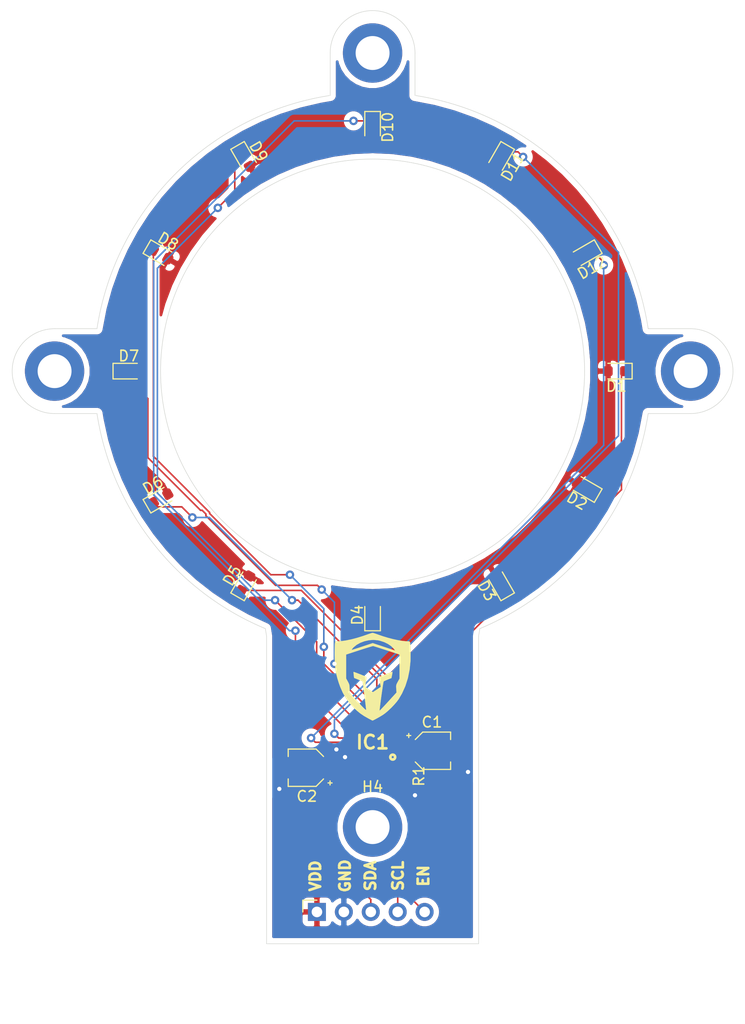
<source format=kicad_pcb>
(kicad_pcb (version 20171130) (host pcbnew "(5.1.6)-1")

  (general
    (thickness 1.6)
    (drawings 56)
    (tracks 154)
    (zones 0)
    (modules 22)
    (nets 19)
  )

  (page A4)
  (layers
    (0 F.Cu signal)
    (31 B.Cu signal)
    (32 B.Adhes user)
    (33 F.Adhes user)
    (34 B.Paste user)
    (35 F.Paste user)
    (36 B.SilkS user)
    (37 F.SilkS user)
    (38 B.Mask user)
    (39 F.Mask user)
    (40 Dwgs.User user)
    (41 Cmts.User user)
    (42 Eco1.User user)
    (43 Eco2.User user)
    (44 Edge.Cuts user)
    (45 Margin user)
    (46 B.CrtYd user)
    (47 F.CrtYd user)
    (48 B.Fab user)
    (49 F.Fab user)
  )

  (setup
    (last_trace_width 0.15)
    (user_trace_width 0.15)
    (trace_clearance 0.2)
    (zone_clearance 0.508)
    (zone_45_only no)
    (trace_min 0.15)
    (via_size 0.8)
    (via_drill 0.4)
    (via_min_size 0.4)
    (via_min_drill 0.3)
    (uvia_size 0.3)
    (uvia_drill 0.1)
    (uvias_allowed no)
    (uvia_min_size 0.2)
    (uvia_min_drill 0.1)
    (edge_width 0.05)
    (segment_width 0.2)
    (pcb_text_width 0.3)
    (pcb_text_size 1.5 1.5)
    (mod_edge_width 0.12)
    (mod_text_size 1 1)
    (mod_text_width 0.15)
    (pad_size 1.524 1.524)
    (pad_drill 0.762)
    (pad_to_mask_clearance 0.05)
    (aux_axis_origin 0 0)
    (grid_origin 138 70)
    (visible_elements FFFFF77F)
    (pcbplotparams
      (layerselection 0x00030_7ffffffe)
      (usegerberextensions false)
      (usegerberattributes true)
      (usegerberadvancedattributes true)
      (creategerberjobfile true)
      (excludeedgelayer true)
      (linewidth 0.100000)
      (plotframeref false)
      (viasonmask false)
      (mode 1)
      (useauxorigin true)
      (hpglpennumber 1)
      (hpglpenspeed 20)
      (hpglpendiameter 15.000000)
      (psnegative false)
      (psa4output false)
      (plotreference true)
      (plotvalue true)
      (plotinvisibletext false)
      (padsonsilk false)
      (subtractmaskfromsilk false)
      (outputformat 3)
      (mirror false)
      (drillshape 0)
      (scaleselection 1)
      (outputdirectory "DXF/"))
  )

  (net 0 "")
  (net 1 VDD)
  (net 2 GND)
  (net 3 OUT0)
  (net 4 OUT1)
  (net 5 OUT2)
  (net 6 OUT3)
  (net 7 OUT4)
  (net 8 OUT5)
  (net 9 OUT6)
  (net 10 OUT7)
  (net 11 OUT8)
  (net 12 OUT9)
  (net 13 OUT10)
  (net 14 OUT11)
  (net 15 SDA)
  (net 16 SCL)
  (net 17 EN)
  (net 18 "Net-(IC1-Pad20)")

  (net_class Default "This is the default net class."
    (clearance 0.2)
    (trace_width 0.25)
    (via_dia 0.8)
    (via_drill 0.4)
    (uvia_dia 0.3)
    (uvia_drill 0.1)
    (add_net EN)
    (add_net GND)
    (add_net "Net-(IC1-Pad20)")
    (add_net OUT0)
    (add_net OUT1)
    (add_net OUT10)
    (add_net OUT11)
    (add_net OUT2)
    (add_net OUT3)
    (add_net OUT4)
    (add_net OUT5)
    (add_net OUT6)
    (add_net OUT7)
    (add_net OUT8)
    (add_net OUT9)
    (add_net SCL)
    (add_net SDA)
    (add_net VDD)
  )

  (module Connector_PinSocket_2.54mm:PinSocket_1x05_P2.54mm_Horizontal (layer F.Cu) (tedit 5F93E2A6) (tstamp 5F942757)
    (at 132.75 151 90)
    (descr "Through hole angled socket strip, 1x05, 2.54mm pitch, 8.51mm socket length, single row (from Kicad 4.0.7), script generated")
    (tags "Through hole angled socket strip THT 1x05 2.54mm single row")
    (path /5F989D47)
    (fp_text reference J1 (at -4.38 -2.77 90) (layer Dwgs.User)
      (effects (font (size 1 1) (thickness 0.15)))
    )
    (fp_text value Conn_01x05 (at -4.38 12.93 90) (layer F.Fab)
      (effects (font (size 1 1) (thickness 0.15)))
    )
    (fp_line (start 1.75 11.95) (end 1.75 -1.75) (layer F.CrtYd) (width 0.05))
    (fp_line (start -10.55 11.95) (end 1.75 11.95) (layer F.CrtYd) (width 0.05))
    (fp_line (start 1.75 -1.75) (end -10.55 -1.75) (layer F.CrtYd) (width 0.05))
    (fp_line (start 0 -1.33) (end 1.11 -1.33) (layer F.SilkS) (width 0.12))
    (fp_line (start 1.11 -1.33) (end 1.11 0) (layer F.SilkS) (width 0.12))
    (fp_line (start 0 10.46) (end 0 9.86) (layer F.Fab) (width 0.1))
    (fp_line (start -1.52 10.46) (end 0 10.46) (layer F.Fab) (width 0.1))
    (fp_line (start 0 9.86) (end -1.52 9.86) (layer F.Fab) (width 0.1))
    (fp_line (start 0 7.92) (end 0 7.32) (layer F.Fab) (width 0.1))
    (fp_line (start -1.52 7.92) (end 0 7.92) (layer F.Fab) (width 0.1))
    (fp_line (start 0 7.32) (end -1.52 7.32) (layer F.Fab) (width 0.1))
    (fp_line (start 0 5.38) (end 0 4.78) (layer F.Fab) (width 0.1))
    (fp_line (start -1.52 5.38) (end 0 5.38) (layer F.Fab) (width 0.1))
    (fp_line (start 0 4.78) (end -1.52 4.78) (layer F.Fab) (width 0.1))
    (fp_line (start 0 2.84) (end 0 2.24) (layer F.Fab) (width 0.1))
    (fp_line (start -1.52 2.84) (end 0 2.84) (layer F.Fab) (width 0.1))
    (fp_line (start 0 2.24) (end -1.52 2.24) (layer F.Fab) (width 0.1))
    (fp_line (start 0 0.3) (end 0 -0.3) (layer F.Fab) (width 0.1))
    (fp_line (start -1.52 0.3) (end 0 0.3) (layer F.Fab) (width 0.1))
    (fp_line (start 0 -0.3) (end -1.52 -0.3) (layer F.Fab) (width 0.1))
    (pad 1 thru_hole rect (at 0 0 90) (size 1.7 1.7) (drill 1) (layers *.Cu *.Mask)
      (net 1 VDD))
    (pad 2 thru_hole oval (at 0 2.54 90) (size 1.7 1.7) (drill 1) (layers *.Cu *.Mask)
      (net 2 GND))
    (pad 3 thru_hole oval (at 0 5.08 90) (size 1.7 1.7) (drill 1) (layers *.Cu *.Mask)
      (net 15 SDA))
    (pad 4 thru_hole oval (at 0 7.62 90) (size 1.7 1.7) (drill 1) (layers *.Cu *.Mask)
      (net 16 SCL))
    (pad 5 thru_hole oval (at 0 10.16 90) (size 1.7 1.7) (drill 1) (layers *.Cu *.Mask)
      (net 17 EN))
    (model ${KISYS3DMOD}/Connector_PinSocket_2.54mm.3dshapes/PinSocket_1x05_P2.54mm_Horizontal.wrl
      (at (xyz 0 0 0))
      (scale (xyz 1 1 1))
      (rotate (xyz 0 0 0))
    )
  )

  (module ASSETS:Company_Logo1 (layer F.Cu) (tedit 5F1C4D39) (tstamp 5F94B48E)
    (at 138 128.8)
    (fp_text reference G*** (at 6.35 0) (layer F.SilkS) hide
      (effects (font (size 1.524 1.524) (thickness 0.3)))
    )
    (fp_text value LOGO (at 7.62 -2.54) (layer F.SilkS) hide
      (effects (font (size 1.524 1.524) (thickness 0.3)))
    )
    (fp_poly (pts (xy 0.070145 -4.104871) (xy 0.205194 -4.063609) (xy 0.383798 -4.00299) (xy 0.531091 -3.949823)
      (xy 0.979391 -3.795057) (xy 1.44188 -3.65551) (xy 1.900851 -3.535263) (xy 2.338597 -3.438401)
      (xy 2.737413 -3.369007) (xy 3.07959 -3.331164) (xy 3.239332 -3.325276) (xy 3.398335 -3.31865)
      (xy 3.487806 -3.294958) (xy 3.529931 -3.248049) (xy 3.531473 -3.244272) (xy 3.543583 -3.172423)
      (xy 3.556817 -3.025679) (xy 3.56999 -2.821482) (xy 3.581923 -2.577271) (xy 3.588584 -2.401454)
      (xy 3.580612 -1.505643) (xy 3.495222 -0.656523) (xy 3.332713 0.144692) (xy 3.093388 0.896786)
      (xy 2.777546 1.598546) (xy 2.468352 2.125387) (xy 2.282438 2.37764) (xy 2.041241 2.658362)
      (xy 1.766738 2.945407) (xy 1.480908 3.216628) (xy 1.205727 3.449877) (xy 1.016 3.58895)
      (xy 0.872413 3.680257) (xy 0.696879 3.785136) (xy 0.507948 3.893353) (xy 0.324175 3.994678)
      (xy 0.16411 4.078878) (xy 0.046306 4.135723) (xy -0.010392 4.155016) (xy -0.054013 4.13431)
      (xy -0.160199 4.079983) (xy -0.30998 4.001801) (xy -0.392545 3.958268) (xy -0.805334 3.723838)
      (xy -1.161295 3.482589) (xy -1.494192 3.209693) (xy -1.782101 2.936442) (xy -2.183938 2.49549)
      (xy -2.522555 2.033998) (xy -2.809577 1.53269) (xy -3.056631 0.972287) (xy -3.189478 0.602763)
      (xy -3.32025 0.180707) (xy -3.419862 -0.218624) (xy -3.491727 -0.618362) (xy -3.539259 -1.04164)
      (xy -3.56587 -1.511592) (xy -3.574827 -2.008909) (xy -3.574735 -2.072628) (xy -2.493818 -2.072628)
      (xy -2.493818 0.181548) (xy -2.332181 0.475609) (xy -2.250692 0.632276) (xy -2.202164 0.759302)
      (xy -2.178027 0.892515) (xy -2.169714 1.067742) (xy -2.168897 1.158381) (xy -2.167249 1.547091)
      (xy -1.395352 2.385581) (xy -1.135998 2.66387) (xy -0.925739 2.882137) (xy -0.767093 3.037935)
      (xy -0.662577 3.128815) (xy -0.614709 3.152329) (xy -0.611914 3.147581) (xy -0.614844 3.083449)
      (xy -0.628831 2.940162) (xy -0.652427 2.730079) (xy -0.684183 2.465558) (xy -0.722648 2.158956)
      (xy -0.766374 1.822633) (xy -0.774504 1.761304) (xy -0.948633 0.451517) (xy -1.347604 0.291863)
      (xy -1.746575 0.132208) (xy -1.778696 -0.144548) (xy -1.793183 -0.293283) (xy -1.798335 -0.399814)
      (xy -1.794408 -0.437019) (xy -1.748206 -0.42688) (xy -1.635808 -0.388465) (xy -1.47617 -0.329279)
      (xy -1.288251 -0.256827) (xy -1.091004 -0.178611) (xy -0.903389 -0.102138) (xy -0.74436 -0.03491)
      (xy -0.632874 0.015568) (xy -0.589272 0.040052) (xy -0.581295 0.09758) (xy -0.589478 0.222662)
      (xy -0.611943 0.392267) (xy -0.623845 0.463673) (xy -0.655209 0.650244) (xy -0.678817 0.806638)
      (xy -0.690849 0.90693) (xy -0.691624 0.923637) (xy -0.654756 0.977818) (xy -0.556658 1.06574)
      (xy -0.41472 1.172667) (xy -0.328009 1.231777) (xy 0.034628 1.470645) (xy 0.771964 0.976995)
      (xy 0.69272 0.507953) (xy 0.613475 0.038911) (xy 0.710829 0.00156) (xy 0.790439 -0.029775)
      (xy 0.935106 -0.087432) (xy 1.124228 -0.163178) (xy 1.335953 -0.248276) (xy 1.538746 -0.328252)
      (xy 1.708069 -0.391868) (xy 1.827012 -0.432996) (xy 1.878668 -0.445511) (xy 1.879336 -0.445149)
      (xy 1.878968 -0.395475) (xy 1.862654 -0.28113) (xy 1.836474 -0.139949) (xy 1.778 0.149641)
      (xy 1.431637 0.286056) (xy 1.264432 0.354601) (xy 1.130443 0.414516) (xy 1.053312 0.455086)
      (xy 1.045716 0.46092) (xy 1.031379 0.512815) (xy 1.007496 0.64195) (xy 0.975982 0.83453)
      (xy 0.938749 1.07676) (xy 0.897711 1.354846) (xy 0.854781 1.654992) (xy 0.811874 1.963404)
      (xy 0.770902 2.266286) (xy 0.733778 2.549845) (xy 0.702417 2.800284) (xy 0.678732 3.00381)
      (xy 0.664637 3.146627) (xy 0.662044 3.21494) (xy 0.663201 3.218595) (xy 0.69721 3.190263)
      (xy 0.784783 3.102372) (xy 0.917477 2.963822) (xy 1.08685 2.78351) (xy 1.284461 2.570335)
      (xy 1.468696 2.36954) (xy 2.25854 1.504834) (xy 2.231889 1.156508) (xy 2.220671 0.973245)
      (xy 2.226569 0.844061) (xy 2.257749 0.731108) (xy 2.322377 0.596535) (xy 2.37262 0.504165)
      (xy 2.54 0.200148) (xy 2.54 -2.0749) (xy 1.327728 -2.471956) (xy 1.007572 -2.576172)
      (xy 0.714107 -2.670472) (xy 0.459361 -2.751089) (xy 0.255364 -2.814256) (xy 0.114145 -2.856204)
      (xy 0.047732 -2.873168) (xy 0.046182 -2.873323) (xy -0.01433 -2.860588) (xy -0.150634 -2.822485)
      (xy -0.350829 -2.762645) (xy -0.603013 -2.684701) (xy -0.895285 -2.592286) (xy -1.215745 -2.489031)
      (xy -1.258454 -2.475131) (xy -2.493818 -2.072628) (xy -3.574735 -2.072628) (xy -3.574387 -2.310664)
      (xy -3.571725 -2.512822) (xy -1.974035 -2.512822) (xy -1.92716 -2.521751) (xy -1.805456 -2.55641)
      (xy -1.621566 -2.612875) (xy -1.388133 -2.68722) (xy -1.117802 -2.77552) (xy -0.973243 -2.823512)
      (xy 0.010071 -3.151679) (xy 1.055672 -2.804173) (xy 1.348993 -2.706712) (xy 1.611821 -2.619429)
      (xy 1.831909 -2.54639) (xy 1.997007 -2.491656) (xy 2.094866 -2.459292) (xy 2.116699 -2.452151)
      (xy 2.099916 -2.481813) (xy 2.040155 -2.562691) (xy 1.987886 -2.629753) (xy 1.750546 -2.866312)
      (xy 1.4415 -3.07665) (xy 1.07999 -3.25066) (xy 0.685256 -3.378233) (xy 0.480557 -3.421601)
      (xy 0.07492 -3.454915) (xy -0.345572 -3.422401) (xy -0.761703 -3.330068) (xy -1.154255 -3.183921)
      (xy -1.504014 -2.989969) (xy -1.791763 -2.754218) (xy -1.848103 -2.693634) (xy -1.928783 -2.59461)
      (xy -1.97192 -2.527349) (xy -1.974035 -2.512822) (xy -3.571725 -2.512822) (xy -3.570691 -2.591326)
      (xy -3.564218 -2.834) (xy -3.555449 -3.021792) (xy -3.544863 -3.137806) (xy -3.542362 -3.151909)
      (xy -3.505633 -3.325091) (xy -3.24218 -3.325276) (xy -2.8875 -3.346878) (xy -2.466737 -3.408955)
      (xy -1.995074 -3.508085) (xy -1.487693 -3.640844) (xy -0.959776 -3.803809) (xy -0.658609 -3.907784)
      (xy -0.43634 -3.985819) (xy -0.241684 -4.050971) (xy -0.092936 -4.097347) (xy -0.008393 -4.119053)
      (xy 0 -4.119936) (xy 0.070145 -4.104871)) (layer F.SilkS) (width 0.01))
  )

  (module Capacitor_SMD:CP_Elec_3x5.4 (layer F.Cu) (tedit 5BCA39CF) (tstamp 5F9425C1)
    (at 143.6 135.8)
    (descr "SMD capacitor, aluminum electrolytic, Nichicon, 3.0x5.4mm")
    (tags "capacitor electrolytic")
    (path /5F95012C)
    (attr smd)
    (fp_text reference C1 (at 0 -2.7) (layer F.SilkS)
      (effects (font (size 1 1) (thickness 0.15)))
    )
    (fp_text value C (at 0 2.7) (layer F.Fab)
      (effects (font (size 1 1) (thickness 0.15)))
    )
    (fp_line (start -2.85 1.05) (end -1.78 1.05) (layer F.CrtYd) (width 0.05))
    (fp_line (start -2.85 -1.05) (end -2.85 1.05) (layer F.CrtYd) (width 0.05))
    (fp_line (start -1.78 -1.05) (end -2.85 -1.05) (layer F.CrtYd) (width 0.05))
    (fp_line (start -1.78 -1.05) (end -0.93 -1.9) (layer F.CrtYd) (width 0.05))
    (fp_line (start -1.78 1.05) (end -0.93 1.9) (layer F.CrtYd) (width 0.05))
    (fp_line (start -0.93 -1.9) (end 1.9 -1.9) (layer F.CrtYd) (width 0.05))
    (fp_line (start -0.93 1.9) (end 1.9 1.9) (layer F.CrtYd) (width 0.05))
    (fp_line (start 1.9 1.05) (end 1.9 1.9) (layer F.CrtYd) (width 0.05))
    (fp_line (start 2.85 1.05) (end 1.9 1.05) (layer F.CrtYd) (width 0.05))
    (fp_line (start 2.85 -1.05) (end 2.85 1.05) (layer F.CrtYd) (width 0.05))
    (fp_line (start 1.9 -1.05) (end 2.85 -1.05) (layer F.CrtYd) (width 0.05))
    (fp_line (start 1.9 -1.9) (end 1.9 -1.05) (layer F.CrtYd) (width 0.05))
    (fp_line (start -2.1875 -1.6225) (end -2.1875 -1.2475) (layer F.SilkS) (width 0.12))
    (fp_line (start -2.375 -1.435) (end -2 -1.435) (layer F.SilkS) (width 0.12))
    (fp_line (start -1.570563 1.06) (end -0.870563 1.76) (layer F.SilkS) (width 0.12))
    (fp_line (start -1.570563 -1.06) (end -0.870563 -1.76) (layer F.SilkS) (width 0.12))
    (fp_line (start -0.870563 1.76) (end 1.76 1.76) (layer F.SilkS) (width 0.12))
    (fp_line (start -0.870563 -1.76) (end 1.76 -1.76) (layer F.SilkS) (width 0.12))
    (fp_line (start 1.76 -1.76) (end 1.76 -1.06) (layer F.SilkS) (width 0.12))
    (fp_line (start 1.76 1.76) (end 1.76 1.06) (layer F.SilkS) (width 0.12))
    (fp_line (start -0.960469 -0.95) (end -0.960469 -0.65) (layer F.Fab) (width 0.1))
    (fp_line (start -1.110469 -0.8) (end -0.810469 -0.8) (layer F.Fab) (width 0.1))
    (fp_line (start -1.65 0.825) (end -0.825 1.65) (layer F.Fab) (width 0.1))
    (fp_line (start -1.65 -0.825) (end -0.825 -1.65) (layer F.Fab) (width 0.1))
    (fp_line (start -1.65 -0.825) (end -1.65 0.825) (layer F.Fab) (width 0.1))
    (fp_line (start -0.825 1.65) (end 1.65 1.65) (layer F.Fab) (width 0.1))
    (fp_line (start -0.825 -1.65) (end 1.65 -1.65) (layer F.Fab) (width 0.1))
    (fp_line (start 1.65 -1.65) (end 1.65 1.65) (layer F.Fab) (width 0.1))
    (fp_circle (center 0 0) (end 1.5 0) (layer F.Fab) (width 0.1))
    (fp_text user %R (at 0 0) (layer F.Fab)
      (effects (font (size 0.6 0.6) (thickness 0.09)))
    )
    (pad 1 smd roundrect (at -1.5 0) (size 2.2 1.6) (layers F.Cu F.Paste F.Mask) (roundrect_rratio 0.15625)
      (net 1 VDD))
    (pad 2 smd roundrect (at 1.5 0) (size 2.2 1.6) (layers F.Cu F.Paste F.Mask) (roundrect_rratio 0.15625)
      (net 2 GND))
    (model ${KISYS3DMOD}/Capacitor_SMD.3dshapes/CP_Elec_3x5.4.wrl
      (at (xyz 0 0 0))
      (scale (xyz 1 1 1))
      (rotate (xyz 0 0 0))
    )
  )

  (module Capacitor_SMD:CP_Elec_3x5.4 (layer F.Cu) (tedit 5BCA39CF) (tstamp 5F9425E5)
    (at 131.8 137.4 180)
    (descr "SMD capacitor, aluminum electrolytic, Nichicon, 3.0x5.4mm")
    (tags "capacitor electrolytic")
    (path /5F95C4C5)
    (attr smd)
    (fp_text reference C2 (at 0 -2.7) (layer F.SilkS)
      (effects (font (size 1 1) (thickness 0.15)))
    )
    (fp_text value C (at 0 2.7) (layer F.Fab)
      (effects (font (size 1 1) (thickness 0.15)))
    )
    (fp_text user %R (at 0 0) (layer F.Fab)
      (effects (font (size 0.6 0.6) (thickness 0.09)))
    )
    (fp_circle (center 0 0) (end 1.5 0) (layer F.Fab) (width 0.1))
    (fp_line (start 1.65 -1.65) (end 1.65 1.65) (layer F.Fab) (width 0.1))
    (fp_line (start -0.825 -1.65) (end 1.65 -1.65) (layer F.Fab) (width 0.1))
    (fp_line (start -0.825 1.65) (end 1.65 1.65) (layer F.Fab) (width 0.1))
    (fp_line (start -1.65 -0.825) (end -1.65 0.825) (layer F.Fab) (width 0.1))
    (fp_line (start -1.65 -0.825) (end -0.825 -1.65) (layer F.Fab) (width 0.1))
    (fp_line (start -1.65 0.825) (end -0.825 1.65) (layer F.Fab) (width 0.1))
    (fp_line (start -1.110469 -0.8) (end -0.810469 -0.8) (layer F.Fab) (width 0.1))
    (fp_line (start -0.960469 -0.95) (end -0.960469 -0.65) (layer F.Fab) (width 0.1))
    (fp_line (start 1.76 1.76) (end 1.76 1.06) (layer F.SilkS) (width 0.12))
    (fp_line (start 1.76 -1.76) (end 1.76 -1.06) (layer F.SilkS) (width 0.12))
    (fp_line (start -0.870563 -1.76) (end 1.76 -1.76) (layer F.SilkS) (width 0.12))
    (fp_line (start -0.870563 1.76) (end 1.76 1.76) (layer F.SilkS) (width 0.12))
    (fp_line (start -1.570563 -1.06) (end -0.870563 -1.76) (layer F.SilkS) (width 0.12))
    (fp_line (start -1.570563 1.06) (end -0.870563 1.76) (layer F.SilkS) (width 0.12))
    (fp_line (start -2.375 -1.435) (end -2 -1.435) (layer F.SilkS) (width 0.12))
    (fp_line (start -2.1875 -1.6225) (end -2.1875 -1.2475) (layer F.SilkS) (width 0.12))
    (fp_line (start 1.9 -1.9) (end 1.9 -1.05) (layer F.CrtYd) (width 0.05))
    (fp_line (start 1.9 -1.05) (end 2.85 -1.05) (layer F.CrtYd) (width 0.05))
    (fp_line (start 2.85 -1.05) (end 2.85 1.05) (layer F.CrtYd) (width 0.05))
    (fp_line (start 2.85 1.05) (end 1.9 1.05) (layer F.CrtYd) (width 0.05))
    (fp_line (start 1.9 1.05) (end 1.9 1.9) (layer F.CrtYd) (width 0.05))
    (fp_line (start -0.93 1.9) (end 1.9 1.9) (layer F.CrtYd) (width 0.05))
    (fp_line (start -0.93 -1.9) (end 1.9 -1.9) (layer F.CrtYd) (width 0.05))
    (fp_line (start -1.78 1.05) (end -0.93 1.9) (layer F.CrtYd) (width 0.05))
    (fp_line (start -1.78 -1.05) (end -0.93 -1.9) (layer F.CrtYd) (width 0.05))
    (fp_line (start -1.78 -1.05) (end -2.85 -1.05) (layer F.CrtYd) (width 0.05))
    (fp_line (start -2.85 -1.05) (end -2.85 1.05) (layer F.CrtYd) (width 0.05))
    (fp_line (start -2.85 1.05) (end -1.78 1.05) (layer F.CrtYd) (width 0.05))
    (pad 2 smd roundrect (at 1.5 0 180) (size 2.2 1.6) (layers F.Cu F.Paste F.Mask) (roundrect_rratio 0.15625)
      (net 2 GND))
    (pad 1 smd roundrect (at -1.5 0 180) (size 2.2 1.6) (layers F.Cu F.Paste F.Mask) (roundrect_rratio 0.15625)
      (net 1 VDD))
    (model ${KISYS3DMOD}/Capacitor_SMD.3dshapes/CP_Elec_3x5.4.wrl
      (at (xyz 0 0 0))
      (scale (xyz 1 1 1))
      (rotate (xyz 0 0 0))
    )
  )

  (module LED_SMD:LED_0603_1608Metric (layer F.Cu) (tedit 5B301BBE) (tstamp 5F94551E)
    (at 161 100 180)
    (descr "LED SMD 0603 (1608 Metric), square (rectangular) end terminal, IPC_7351 nominal, (Body size source: http://www.tortai-tech.com/upload/download/2011102023233369053.pdf), generated with kicad-footprint-generator")
    (tags diode)
    (path /5F93BE10)
    (attr smd)
    (fp_text reference D1 (at 0 -1.43) (layer F.SilkS)
      (effects (font (size 1 1) (thickness 0.15)))
    )
    (fp_text value LED (at 0 1.43) (layer F.Fab)
      (effects (font (size 1 1) (thickness 0.15)))
    )
    (fp_text user %R (at 0 0) (layer F.Fab)
      (effects (font (size 0.4 0.4) (thickness 0.06)))
    )
    (fp_line (start 0.8 -0.4) (end -0.5 -0.4) (layer F.Fab) (width 0.1))
    (fp_line (start -0.5 -0.4) (end -0.8 -0.1) (layer F.Fab) (width 0.1))
    (fp_line (start -0.8 -0.1) (end -0.8 0.4) (layer F.Fab) (width 0.1))
    (fp_line (start -0.8 0.4) (end 0.8 0.4) (layer F.Fab) (width 0.1))
    (fp_line (start 0.8 0.4) (end 0.8 -0.4) (layer F.Fab) (width 0.1))
    (fp_line (start 0.8 -0.735) (end -1.485 -0.735) (layer F.SilkS) (width 0.12))
    (fp_line (start -1.485 -0.735) (end -1.485 0.735) (layer F.SilkS) (width 0.12))
    (fp_line (start -1.485 0.735) (end 0.8 0.735) (layer F.SilkS) (width 0.12))
    (fp_line (start -1.48 0.73) (end -1.48 -0.73) (layer F.CrtYd) (width 0.05))
    (fp_line (start -1.48 -0.73) (end 1.48 -0.73) (layer F.CrtYd) (width 0.05))
    (fp_line (start 1.48 -0.73) (end 1.48 0.73) (layer F.CrtYd) (width 0.05))
    (fp_line (start 1.48 0.73) (end -1.48 0.73) (layer F.CrtYd) (width 0.05))
    (pad 2 smd roundrect (at 0.7875 0 180) (size 0.875 0.95) (layers F.Cu F.Paste F.Mask) (roundrect_rratio 0.25)
      (net 1 VDD))
    (pad 1 smd roundrect (at -0.7875 0 180) (size 0.875 0.95) (layers F.Cu F.Paste F.Mask) (roundrect_rratio 0.25)
      (net 3 OUT0))
    (model ${KISYS3DMOD}/LED_SMD.3dshapes/LED_0603_1608Metric.wrl
      (at (xyz 0 0 0))
      (scale (xyz 1 1 1))
      (rotate (xyz 0 0 0))
    )
  )

  (module LED_SMD:LED_0603_1608Metric (layer F.Cu) (tedit 5B301BBE) (tstamp 5F9451DB)
    (at 158 111 150)
    (descr "LED SMD 0603 (1608 Metric), square (rectangular) end terminal, IPC_7351 nominal, (Body size source: http://www.tortai-tech.com/upload/download/2011102023233369053.pdf), generated with kicad-footprint-generator")
    (tags diode)
    (path /5F940C04)
    (attr smd)
    (fp_text reference D2 (at 0 -1.43 150) (layer F.SilkS)
      (effects (font (size 1 1) (thickness 0.15)))
    )
    (fp_text value LED (at 0 1.43 150) (layer F.Fab)
      (effects (font (size 1 1) (thickness 0.15)))
    )
    (fp_line (start 1.48 0.73) (end -1.48 0.73) (layer F.CrtYd) (width 0.05))
    (fp_line (start 1.48 -0.73) (end 1.48 0.73) (layer F.CrtYd) (width 0.05))
    (fp_line (start -1.48 -0.73) (end 1.48 -0.73) (layer F.CrtYd) (width 0.05))
    (fp_line (start -1.48 0.73) (end -1.48 -0.73) (layer F.CrtYd) (width 0.05))
    (fp_line (start -1.485 0.735) (end 0.8 0.735) (layer F.SilkS) (width 0.12))
    (fp_line (start -1.485 -0.735) (end -1.485 0.735) (layer F.SilkS) (width 0.12))
    (fp_line (start 0.8 -0.735) (end -1.485 -0.735) (layer F.SilkS) (width 0.12))
    (fp_line (start 0.8 0.4) (end 0.8 -0.4) (layer F.Fab) (width 0.1))
    (fp_line (start -0.8 0.4) (end 0.8 0.4) (layer F.Fab) (width 0.1))
    (fp_line (start -0.8 -0.1) (end -0.8 0.4) (layer F.Fab) (width 0.1))
    (fp_line (start -0.5 -0.4) (end -0.8 -0.1) (layer F.Fab) (width 0.1))
    (fp_line (start 0.8 -0.4) (end -0.5 -0.4) (layer F.Fab) (width 0.1))
    (fp_text user %R (at 0 0 150) (layer F.Fab)
      (effects (font (size 0.4 0.4) (thickness 0.06)))
    )
    (pad 1 smd roundrect (at -0.7875 0 150) (size 0.875 0.95) (layers F.Cu F.Paste F.Mask) (roundrect_rratio 0.25)
      (net 4 OUT1))
    (pad 2 smd roundrect (at 0.7875 0 150) (size 0.875 0.95) (layers F.Cu F.Paste F.Mask) (roundrect_rratio 0.25)
      (net 1 VDD))
    (model ${KISYS3DMOD}/LED_SMD.3dshapes/LED_0603_1608Metric.wrl
      (at (xyz 0 0 0))
      (scale (xyz 1 1 1))
      (rotate (xyz 0 0 0))
    )
  )

  (module LED_SMD:LED_0603_1608Metric (layer F.Cu) (tedit 5B301BBE) (tstamp 5F94261E)
    (at 150 120 120)
    (descr "LED SMD 0603 (1608 Metric), square (rectangular) end terminal, IPC_7351 nominal, (Body size source: http://www.tortai-tech.com/upload/download/2011102023233369053.pdf), generated with kicad-footprint-generator")
    (tags diode)
    (path /5F9417B4)
    (attr smd)
    (fp_text reference D3 (at 0 -1.43 120) (layer F.SilkS)
      (effects (font (size 1 1) (thickness 0.15)))
    )
    (fp_text value LED (at 0 1.43 120) (layer F.Fab)
      (effects (font (size 1 1) (thickness 0.15)))
    )
    (fp_text user %R (at 0 0 120) (layer F.Fab)
      (effects (font (size 0.4 0.4) (thickness 0.06)))
    )
    (fp_line (start 0.8 -0.4) (end -0.5 -0.4) (layer F.Fab) (width 0.1))
    (fp_line (start -0.5 -0.4) (end -0.8 -0.1) (layer F.Fab) (width 0.1))
    (fp_line (start -0.8 -0.1) (end -0.8 0.4) (layer F.Fab) (width 0.1))
    (fp_line (start -0.8 0.4) (end 0.8 0.4) (layer F.Fab) (width 0.1))
    (fp_line (start 0.8 0.4) (end 0.8 -0.4) (layer F.Fab) (width 0.1))
    (fp_line (start 0.8 -0.735) (end -1.485 -0.735) (layer F.SilkS) (width 0.12))
    (fp_line (start -1.485 -0.735) (end -1.485 0.735) (layer F.SilkS) (width 0.12))
    (fp_line (start -1.485 0.735) (end 0.8 0.735) (layer F.SilkS) (width 0.12))
    (fp_line (start -1.48 0.73) (end -1.48 -0.73) (layer F.CrtYd) (width 0.05))
    (fp_line (start -1.48 -0.73) (end 1.48 -0.73) (layer F.CrtYd) (width 0.05))
    (fp_line (start 1.48 -0.73) (end 1.48 0.73) (layer F.CrtYd) (width 0.05))
    (fp_line (start 1.48 0.73) (end -1.48 0.73) (layer F.CrtYd) (width 0.05))
    (pad 2 smd roundrect (at 0.7875 0 120) (size 0.875 0.95) (layers F.Cu F.Paste F.Mask) (roundrect_rratio 0.25)
      (net 1 VDD))
    (pad 1 smd roundrect (at -0.7875 0 120) (size 0.875 0.95) (layers F.Cu F.Paste F.Mask) (roundrect_rratio 0.25)
      (net 5 OUT2))
    (model ${KISYS3DMOD}/LED_SMD.3dshapes/LED_0603_1608Metric.wrl
      (at (xyz 0 0 0))
      (scale (xyz 1 1 1))
      (rotate (xyz 0 0 0))
    )
  )

  (module LED_SMD:LED_0603_1608Metric (layer F.Cu) (tedit 5B301BBE) (tstamp 5F9455B4)
    (at 138 123 90)
    (descr "LED SMD 0603 (1608 Metric), square (rectangular) end terminal, IPC_7351 nominal, (Body size source: http://www.tortai-tech.com/upload/download/2011102023233369053.pdf), generated with kicad-footprint-generator")
    (tags diode)
    (path /5F942489)
    (attr smd)
    (fp_text reference D4 (at 0 -1.43 90) (layer F.SilkS)
      (effects (font (size 1 1) (thickness 0.15)))
    )
    (fp_text value LED (at 0 1.43 90) (layer F.Fab)
      (effects (font (size 1 1) (thickness 0.15)))
    )
    (fp_line (start 1.48 0.73) (end -1.48 0.73) (layer F.CrtYd) (width 0.05))
    (fp_line (start 1.48 -0.73) (end 1.48 0.73) (layer F.CrtYd) (width 0.05))
    (fp_line (start -1.48 -0.73) (end 1.48 -0.73) (layer F.CrtYd) (width 0.05))
    (fp_line (start -1.48 0.73) (end -1.48 -0.73) (layer F.CrtYd) (width 0.05))
    (fp_line (start -1.485 0.735) (end 0.8 0.735) (layer F.SilkS) (width 0.12))
    (fp_line (start -1.485 -0.735) (end -1.485 0.735) (layer F.SilkS) (width 0.12))
    (fp_line (start 0.8 -0.735) (end -1.485 -0.735) (layer F.SilkS) (width 0.12))
    (fp_line (start 0.8 0.4) (end 0.8 -0.4) (layer F.Fab) (width 0.1))
    (fp_line (start -0.8 0.4) (end 0.8 0.4) (layer F.Fab) (width 0.1))
    (fp_line (start -0.8 -0.1) (end -0.8 0.4) (layer F.Fab) (width 0.1))
    (fp_line (start -0.5 -0.4) (end -0.8 -0.1) (layer F.Fab) (width 0.1))
    (fp_line (start 0.8 -0.4) (end -0.5 -0.4) (layer F.Fab) (width 0.1))
    (fp_text user %R (at 0 0 90) (layer F.Fab)
      (effects (font (size 0.4 0.4) (thickness 0.06)))
    )
    (pad 1 smd roundrect (at -0.7875 0 90) (size 0.875 0.95) (layers F.Cu F.Paste F.Mask) (roundrect_rratio 0.25)
      (net 6 OUT3))
    (pad 2 smd roundrect (at 0.7875 0 90) (size 0.875 0.95) (layers F.Cu F.Paste F.Mask) (roundrect_rratio 0.25)
      (net 1 VDD))
    (model ${KISYS3DMOD}/LED_SMD.3dshapes/LED_0603_1608Metric.wrl
      (at (xyz 0 0 0))
      (scale (xyz 1 1 1))
      (rotate (xyz 0 0 0))
    )
  )

  (module LED_SMD:LED_0603_1608Metric (layer F.Cu) (tedit 5B301BBE) (tstamp 5F942644)
    (at 126 120 60)
    (descr "LED SMD 0603 (1608 Metric), square (rectangular) end terminal, IPC_7351 nominal, (Body size source: http://www.tortai-tech.com/upload/download/2011102023233369053.pdf), generated with kicad-footprint-generator")
    (tags diode)
    (path /5F9450E2)
    (attr smd)
    (fp_text reference D5 (at 0 -1.43 60) (layer F.SilkS)
      (effects (font (size 1 1) (thickness 0.15)))
    )
    (fp_text value LED (at 0 1.43 60) (layer F.Fab)
      (effects (font (size 1 1) (thickness 0.15)))
    )
    (fp_line (start 1.48 0.73) (end -1.48 0.73) (layer F.CrtYd) (width 0.05))
    (fp_line (start 1.48 -0.73) (end 1.48 0.73) (layer F.CrtYd) (width 0.05))
    (fp_line (start -1.48 -0.73) (end 1.48 -0.73) (layer F.CrtYd) (width 0.05))
    (fp_line (start -1.48 0.73) (end -1.48 -0.73) (layer F.CrtYd) (width 0.05))
    (fp_line (start -1.485 0.735) (end 0.8 0.735) (layer F.SilkS) (width 0.12))
    (fp_line (start -1.485 -0.735) (end -1.485 0.735) (layer F.SilkS) (width 0.12))
    (fp_line (start 0.8 -0.735) (end -1.485 -0.735) (layer F.SilkS) (width 0.12))
    (fp_line (start 0.8 0.4) (end 0.8 -0.4) (layer F.Fab) (width 0.1))
    (fp_line (start -0.8 0.4) (end 0.8 0.4) (layer F.Fab) (width 0.1))
    (fp_line (start -0.8 -0.1) (end -0.8 0.4) (layer F.Fab) (width 0.1))
    (fp_line (start -0.5 -0.4) (end -0.8 -0.1) (layer F.Fab) (width 0.1))
    (fp_line (start 0.8 -0.4) (end -0.5 -0.4) (layer F.Fab) (width 0.1))
    (fp_text user %R (at 0 0 60) (layer F.Fab)
      (effects (font (size 0.4 0.4) (thickness 0.06)))
    )
    (pad 1 smd roundrect (at -0.7875 0 60) (size 0.875 0.95) (layers F.Cu F.Paste F.Mask) (roundrect_rratio 0.25)
      (net 7 OUT4))
    (pad 2 smd roundrect (at 0.7875 0 60) (size 0.875 0.95) (layers F.Cu F.Paste F.Mask) (roundrect_rratio 0.25)
      (net 1 VDD))
    (model ${KISYS3DMOD}/LED_SMD.3dshapes/LED_0603_1608Metric.wrl
      (at (xyz 0 0 0))
      (scale (xyz 1 1 1))
      (rotate (xyz 0 0 0))
    )
  )

  (module LED_SMD:LED_0603_1608Metric (layer F.Cu) (tedit 5B301BBE) (tstamp 5F942D0C)
    (at 118 112 30)
    (descr "LED SMD 0603 (1608 Metric), square (rectangular) end terminal, IPC_7351 nominal, (Body size source: http://www.tortai-tech.com/upload/download/2011102023233369053.pdf), generated with kicad-footprint-generator")
    (tags diode)
    (path /5F9450F8)
    (attr smd)
    (fp_text reference D6 (at 0 -1.43 30) (layer F.SilkS)
      (effects (font (size 1 1) (thickness 0.15)))
    )
    (fp_text value LED (at 0 1.43 30) (layer F.Fab)
      (effects (font (size 1 1) (thickness 0.15)))
    )
    (fp_line (start 1.48 0.73) (end -1.48 0.73) (layer F.CrtYd) (width 0.05))
    (fp_line (start 1.48 -0.73) (end 1.48 0.73) (layer F.CrtYd) (width 0.05))
    (fp_line (start -1.48 -0.73) (end 1.48 -0.73) (layer F.CrtYd) (width 0.05))
    (fp_line (start -1.48 0.73) (end -1.48 -0.73) (layer F.CrtYd) (width 0.05))
    (fp_line (start -1.485 0.735) (end 0.8 0.735) (layer F.SilkS) (width 0.12))
    (fp_line (start -1.485 -0.735) (end -1.485 0.735) (layer F.SilkS) (width 0.12))
    (fp_line (start 0.8 -0.735) (end -1.485 -0.735) (layer F.SilkS) (width 0.12))
    (fp_line (start 0.8 0.4) (end 0.8 -0.4) (layer F.Fab) (width 0.1))
    (fp_line (start -0.8 0.4) (end 0.8 0.4) (layer F.Fab) (width 0.1))
    (fp_line (start -0.8 -0.1) (end -0.8 0.4) (layer F.Fab) (width 0.1))
    (fp_line (start -0.5 -0.4) (end -0.8 -0.1) (layer F.Fab) (width 0.1))
    (fp_line (start 0.8 -0.4) (end -0.5 -0.4) (layer F.Fab) (width 0.1))
    (fp_text user %R (at 0 0 30) (layer F.Fab)
      (effects (font (size 0.4 0.4) (thickness 0.06)))
    )
    (pad 1 smd roundrect (at -0.7875 0 30) (size 0.875 0.95) (layers F.Cu F.Paste F.Mask) (roundrect_rratio 0.25)
      (net 8 OUT5))
    (pad 2 smd roundrect (at 0.7875 0 30) (size 0.875 0.95) (layers F.Cu F.Paste F.Mask) (roundrect_rratio 0.25)
      (net 1 VDD))
    (model ${KISYS3DMOD}/LED_SMD.3dshapes/LED_0603_1608Metric.wrl
      (at (xyz 0 0 0))
      (scale (xyz 1 1 1))
      (rotate (xyz 0 0 0))
    )
  )

  (module LED_SMD:LED_0603_1608Metric (layer F.Cu) (tedit 5B301BBE) (tstamp 5F94266A)
    (at 115 100)
    (descr "LED SMD 0603 (1608 Metric), square (rectangular) end terminal, IPC_7351 nominal, (Body size source: http://www.tortai-tech.com/upload/download/2011102023233369053.pdf), generated with kicad-footprint-generator")
    (tags diode)
    (path /5F94510E)
    (attr smd)
    (fp_text reference D7 (at 0 -1.43) (layer F.SilkS)
      (effects (font (size 1 1) (thickness 0.15)))
    )
    (fp_text value LED (at 0 1.43) (layer F.Fab)
      (effects (font (size 1 1) (thickness 0.15)))
    )
    (fp_line (start 1.48 0.73) (end -1.48 0.73) (layer F.CrtYd) (width 0.05))
    (fp_line (start 1.48 -0.73) (end 1.48 0.73) (layer F.CrtYd) (width 0.05))
    (fp_line (start -1.48 -0.73) (end 1.48 -0.73) (layer F.CrtYd) (width 0.05))
    (fp_line (start -1.48 0.73) (end -1.48 -0.73) (layer F.CrtYd) (width 0.05))
    (fp_line (start -1.485 0.735) (end 0.8 0.735) (layer F.SilkS) (width 0.12))
    (fp_line (start -1.485 -0.735) (end -1.485 0.735) (layer F.SilkS) (width 0.12))
    (fp_line (start 0.8 -0.735) (end -1.485 -0.735) (layer F.SilkS) (width 0.12))
    (fp_line (start 0.8 0.4) (end 0.8 -0.4) (layer F.Fab) (width 0.1))
    (fp_line (start -0.8 0.4) (end 0.8 0.4) (layer F.Fab) (width 0.1))
    (fp_line (start -0.8 -0.1) (end -0.8 0.4) (layer F.Fab) (width 0.1))
    (fp_line (start -0.5 -0.4) (end -0.8 -0.1) (layer F.Fab) (width 0.1))
    (fp_line (start 0.8 -0.4) (end -0.5 -0.4) (layer F.Fab) (width 0.1))
    (fp_text user %R (at 0 0) (layer F.Fab)
      (effects (font (size 0.4 0.4) (thickness 0.06)))
    )
    (pad 1 smd roundrect (at -0.7875 0) (size 0.875 0.95) (layers F.Cu F.Paste F.Mask) (roundrect_rratio 0.25)
      (net 9 OUT6))
    (pad 2 smd roundrect (at 0.7875 0) (size 0.875 0.95) (layers F.Cu F.Paste F.Mask) (roundrect_rratio 0.25)
      (net 1 VDD))
    (model ${KISYS3DMOD}/LED_SMD.3dshapes/LED_0603_1608Metric.wrl
      (at (xyz 0 0 0))
      (scale (xyz 1 1 1))
      (rotate (xyz 0 0 0))
    )
  )

  (module LED_SMD:LED_0603_1608Metric (layer F.Cu) (tedit 5B301BBE) (tstamp 5F94267D)
    (at 118 89 330)
    (descr "LED SMD 0603 (1608 Metric), square (rectangular) end terminal, IPC_7351 nominal, (Body size source: http://www.tortai-tech.com/upload/download/2011102023233369053.pdf), generated with kicad-footprint-generator")
    (tags diode)
    (path /5F945124)
    (attr smd)
    (fp_text reference D8 (at 0 -1.43 150) (layer F.SilkS)
      (effects (font (size 1 1) (thickness 0.15)))
    )
    (fp_text value LED (at 0 1.43 150) (layer F.Fab)
      (effects (font (size 1 1) (thickness 0.15)))
    )
    (fp_line (start 1.48 0.73) (end -1.48 0.73) (layer F.CrtYd) (width 0.05))
    (fp_line (start 1.48 -0.73) (end 1.48 0.73) (layer F.CrtYd) (width 0.05))
    (fp_line (start -1.48 -0.73) (end 1.48 -0.73) (layer F.CrtYd) (width 0.05))
    (fp_line (start -1.48 0.73) (end -1.48 -0.73) (layer F.CrtYd) (width 0.05))
    (fp_line (start -1.485 0.735) (end 0.8 0.735) (layer F.SilkS) (width 0.12))
    (fp_line (start -1.485 -0.735) (end -1.485 0.735) (layer F.SilkS) (width 0.12))
    (fp_line (start 0.8 -0.735) (end -1.485 -0.735) (layer F.SilkS) (width 0.12))
    (fp_line (start 0.8 0.4) (end 0.8 -0.4) (layer F.Fab) (width 0.1))
    (fp_line (start -0.8 0.4) (end 0.8 0.4) (layer F.Fab) (width 0.1))
    (fp_line (start -0.8 -0.1) (end -0.8 0.4) (layer F.Fab) (width 0.1))
    (fp_line (start -0.5 -0.4) (end -0.8 -0.1) (layer F.Fab) (width 0.1))
    (fp_line (start 0.8 -0.4) (end -0.5 -0.4) (layer F.Fab) (width 0.1))
    (fp_text user %R (at 0 0 150) (layer F.Fab)
      (effects (font (size 0.4 0.4) (thickness 0.06)))
    )
    (pad 1 smd roundrect (at -0.7875 0 330) (size 0.875 0.95) (layers F.Cu F.Paste F.Mask) (roundrect_rratio 0.25)
      (net 10 OUT7))
    (pad 2 smd roundrect (at 0.7875 0 330) (size 0.875 0.95) (layers F.Cu F.Paste F.Mask) (roundrect_rratio 0.25)
      (net 1 VDD))
    (model ${KISYS3DMOD}/LED_SMD.3dshapes/LED_0603_1608Metric.wrl
      (at (xyz 0 0 0))
      (scale (xyz 1 1 1))
      (rotate (xyz 0 0 0))
    )
  )

  (module LED_SMD:LED_0603_1608Metric (layer F.Cu) (tedit 5B301BBE) (tstamp 5F942690)
    (at 126 80 300)
    (descr "LED SMD 0603 (1608 Metric), square (rectangular) end terminal, IPC_7351 nominal, (Body size source: http://www.tortai-tech.com/upload/download/2011102023233369053.pdf), generated with kicad-footprint-generator")
    (tags diode)
    (path /5F96AF4C)
    (attr smd)
    (fp_text reference D9 (at 0 -1.43 120) (layer F.SilkS)
      (effects (font (size 1 1) (thickness 0.15)))
    )
    (fp_text value LED (at 0 1.43 120) (layer F.Fab)
      (effects (font (size 1 1) (thickness 0.15)))
    )
    (fp_text user %R (at 0 0 120) (layer F.Fab)
      (effects (font (size 0.4 0.4) (thickness 0.06)))
    )
    (fp_line (start 0.8 -0.4) (end -0.5 -0.4) (layer F.Fab) (width 0.1))
    (fp_line (start -0.5 -0.4) (end -0.8 -0.1) (layer F.Fab) (width 0.1))
    (fp_line (start -0.8 -0.1) (end -0.8 0.4) (layer F.Fab) (width 0.1))
    (fp_line (start -0.8 0.4) (end 0.8 0.4) (layer F.Fab) (width 0.1))
    (fp_line (start 0.8 0.4) (end 0.8 -0.4) (layer F.Fab) (width 0.1))
    (fp_line (start 0.8 -0.735) (end -1.485 -0.735) (layer F.SilkS) (width 0.12))
    (fp_line (start -1.485 -0.735) (end -1.485 0.735) (layer F.SilkS) (width 0.12))
    (fp_line (start -1.485 0.735) (end 0.8 0.735) (layer F.SilkS) (width 0.12))
    (fp_line (start -1.48 0.73) (end -1.48 -0.73) (layer F.CrtYd) (width 0.05))
    (fp_line (start -1.48 -0.73) (end 1.48 -0.73) (layer F.CrtYd) (width 0.05))
    (fp_line (start 1.48 -0.73) (end 1.48 0.73) (layer F.CrtYd) (width 0.05))
    (fp_line (start 1.48 0.73) (end -1.48 0.73) (layer F.CrtYd) (width 0.05))
    (pad 2 smd roundrect (at 0.7875 0 300) (size 0.875 0.95) (layers F.Cu F.Paste F.Mask) (roundrect_rratio 0.25)
      (net 1 VDD))
    (pad 1 smd roundrect (at -0.7875 0 300) (size 0.875 0.95) (layers F.Cu F.Paste F.Mask) (roundrect_rratio 0.25)
      (net 11 OUT8))
    (model ${KISYS3DMOD}/LED_SMD.3dshapes/LED_0603_1608Metric.wrl
      (at (xyz 0 0 0))
      (scale (xyz 1 1 1))
      (rotate (xyz 0 0 0))
    )
  )

  (module LED_SMD:LED_0603_1608Metric (layer F.Cu) (tedit 5B301BBE) (tstamp 5F9426A3)
    (at 138 77 270)
    (descr "LED SMD 0603 (1608 Metric), square (rectangular) end terminal, IPC_7351 nominal, (Body size source: http://www.tortai-tech.com/upload/download/2011102023233369053.pdf), generated with kicad-footprint-generator")
    (tags diode)
    (path /5F96AF61)
    (attr smd)
    (fp_text reference D10 (at 0 -1.43 90) (layer F.SilkS)
      (effects (font (size 1 1) (thickness 0.15)))
    )
    (fp_text value LED (at 0 1.43 90) (layer F.Fab)
      (effects (font (size 1 1) (thickness 0.15)))
    )
    (fp_text user %R (at 0 0 90) (layer F.Fab)
      (effects (font (size 0.4 0.4) (thickness 0.06)))
    )
    (fp_line (start 0.8 -0.4) (end -0.5 -0.4) (layer F.Fab) (width 0.1))
    (fp_line (start -0.5 -0.4) (end -0.8 -0.1) (layer F.Fab) (width 0.1))
    (fp_line (start -0.8 -0.1) (end -0.8 0.4) (layer F.Fab) (width 0.1))
    (fp_line (start -0.8 0.4) (end 0.8 0.4) (layer F.Fab) (width 0.1))
    (fp_line (start 0.8 0.4) (end 0.8 -0.4) (layer F.Fab) (width 0.1))
    (fp_line (start 0.8 -0.735) (end -1.485 -0.735) (layer F.SilkS) (width 0.12))
    (fp_line (start -1.485 -0.735) (end -1.485 0.735) (layer F.SilkS) (width 0.12))
    (fp_line (start -1.485 0.735) (end 0.8 0.735) (layer F.SilkS) (width 0.12))
    (fp_line (start -1.48 0.73) (end -1.48 -0.73) (layer F.CrtYd) (width 0.05))
    (fp_line (start -1.48 -0.73) (end 1.48 -0.73) (layer F.CrtYd) (width 0.05))
    (fp_line (start 1.48 -0.73) (end 1.48 0.73) (layer F.CrtYd) (width 0.05))
    (fp_line (start 1.48 0.73) (end -1.48 0.73) (layer F.CrtYd) (width 0.05))
    (pad 2 smd roundrect (at 0.7875 0 270) (size 0.875 0.95) (layers F.Cu F.Paste F.Mask) (roundrect_rratio 0.25)
      (net 1 VDD))
    (pad 1 smd roundrect (at -0.7875 0 270) (size 0.875 0.95) (layers F.Cu F.Paste F.Mask) (roundrect_rratio 0.25)
      (net 12 OUT9))
    (model ${KISYS3DMOD}/LED_SMD.3dshapes/LED_0603_1608Metric.wrl
      (at (xyz 0 0 0))
      (scale (xyz 1 1 1))
      (rotate (xyz 0 0 0))
    )
  )

  (module LED_SMD:LED_0603_1608Metric (layer F.Cu) (tedit 5B301BBE) (tstamp 5F9426B6)
    (at 150 80 240)
    (descr "LED SMD 0603 (1608 Metric), square (rectangular) end terminal, IPC_7351 nominal, (Body size source: http://www.tortai-tech.com/upload/download/2011102023233369053.pdf), generated with kicad-footprint-generator")
    (tags diode)
    (path /5F96AF76)
    (attr smd)
    (fp_text reference D11 (at 0 -1.43 60) (layer F.SilkS)
      (effects (font (size 1 1) (thickness 0.15)))
    )
    (fp_text value LED (at 0 1.43 60) (layer F.Fab)
      (effects (font (size 1 1) (thickness 0.15)))
    )
    (fp_text user %R (at 0 0 60) (layer F.Fab)
      (effects (font (size 0.4 0.4) (thickness 0.06)))
    )
    (fp_line (start 0.8 -0.4) (end -0.5 -0.4) (layer F.Fab) (width 0.1))
    (fp_line (start -0.5 -0.4) (end -0.8 -0.1) (layer F.Fab) (width 0.1))
    (fp_line (start -0.8 -0.1) (end -0.8 0.4) (layer F.Fab) (width 0.1))
    (fp_line (start -0.8 0.4) (end 0.8 0.4) (layer F.Fab) (width 0.1))
    (fp_line (start 0.8 0.4) (end 0.8 -0.4) (layer F.Fab) (width 0.1))
    (fp_line (start 0.8 -0.735) (end -1.485 -0.735) (layer F.SilkS) (width 0.12))
    (fp_line (start -1.485 -0.735) (end -1.485 0.735) (layer F.SilkS) (width 0.12))
    (fp_line (start -1.485 0.735) (end 0.8 0.735) (layer F.SilkS) (width 0.12))
    (fp_line (start -1.48 0.73) (end -1.48 -0.73) (layer F.CrtYd) (width 0.05))
    (fp_line (start -1.48 -0.73) (end 1.48 -0.73) (layer F.CrtYd) (width 0.05))
    (fp_line (start 1.48 -0.73) (end 1.48 0.73) (layer F.CrtYd) (width 0.05))
    (fp_line (start 1.48 0.73) (end -1.48 0.73) (layer F.CrtYd) (width 0.05))
    (pad 2 smd roundrect (at 0.7875 0 240) (size 0.875 0.95) (layers F.Cu F.Paste F.Mask) (roundrect_rratio 0.25)
      (net 1 VDD))
    (pad 1 smd roundrect (at -0.7875 0 240) (size 0.875 0.95) (layers F.Cu F.Paste F.Mask) (roundrect_rratio 0.25)
      (net 13 OUT10))
    (model ${KISYS3DMOD}/LED_SMD.3dshapes/LED_0603_1608Metric.wrl
      (at (xyz 0 0 0))
      (scale (xyz 1 1 1))
      (rotate (xyz 0 0 0))
    )
  )

  (module LED_SMD:LED_0603_1608Metric (layer F.Cu) (tedit 5B301BBE) (tstamp 5F9426C9)
    (at 158 89 210)
    (descr "LED SMD 0603 (1608 Metric), square (rectangular) end terminal, IPC_7351 nominal, (Body size source: http://www.tortai-tech.com/upload/download/2011102023233369053.pdf), generated with kicad-footprint-generator")
    (tags diode)
    (path /5F96AF8B)
    (attr smd)
    (fp_text reference D12 (at 0 -1.43 30) (layer F.SilkS)
      (effects (font (size 1 1) (thickness 0.15)))
    )
    (fp_text value LED (at 0 1.43 30) (layer F.Fab)
      (effects (font (size 1 1) (thickness 0.15)))
    )
    (fp_text user %R (at 0 0 30) (layer F.Fab)
      (effects (font (size 0.4 0.4) (thickness 0.06)))
    )
    (fp_line (start 0.8 -0.4) (end -0.5 -0.4) (layer F.Fab) (width 0.1))
    (fp_line (start -0.5 -0.4) (end -0.8 -0.1) (layer F.Fab) (width 0.1))
    (fp_line (start -0.8 -0.1) (end -0.8 0.4) (layer F.Fab) (width 0.1))
    (fp_line (start -0.8 0.4) (end 0.8 0.4) (layer F.Fab) (width 0.1))
    (fp_line (start 0.8 0.4) (end 0.8 -0.4) (layer F.Fab) (width 0.1))
    (fp_line (start 0.8 -0.735) (end -1.485 -0.735) (layer F.SilkS) (width 0.12))
    (fp_line (start -1.485 -0.735) (end -1.485 0.735) (layer F.SilkS) (width 0.12))
    (fp_line (start -1.485 0.735) (end 0.8 0.735) (layer F.SilkS) (width 0.12))
    (fp_line (start -1.48 0.73) (end -1.48 -0.73) (layer F.CrtYd) (width 0.05))
    (fp_line (start -1.48 -0.73) (end 1.48 -0.73) (layer F.CrtYd) (width 0.05))
    (fp_line (start 1.48 -0.73) (end 1.48 0.73) (layer F.CrtYd) (width 0.05))
    (fp_line (start 1.48 0.73) (end -1.48 0.73) (layer F.CrtYd) (width 0.05))
    (pad 2 smd roundrect (at 0.7875 0 210) (size 0.875 0.95) (layers F.Cu F.Paste F.Mask) (roundrect_rratio 0.25)
      (net 1 VDD))
    (pad 1 smd roundrect (at -0.7875 0 210) (size 0.875 0.95) (layers F.Cu F.Paste F.Mask) (roundrect_rratio 0.25)
      (net 14 OUT11))
    (model ${KISYS3DMOD}/LED_SMD.3dshapes/LED_0603_1608Metric.wrl
      (at (xyz 0 0 0))
      (scale (xyz 1 1 1))
      (rotate (xyz 0 0 0))
    )
  )

  (module MountingHole:MountingHole_3.2mm_M3_DIN965_Pad (layer F.Cu) (tedit 56D1B4CB) (tstamp 5F9426D1)
    (at 138 70)
    (descr "Mounting Hole 3.2mm, M3, DIN965")
    (tags "mounting hole 3.2mm m3 din965")
    (path /5F9A0E8F)
    (attr virtual)
    (fp_text reference H1 (at 0 -3.8) (layer Dwgs.User)
      (effects (font (size 1 1) (thickness 0.15)))
    )
    (fp_text value MountingHole (at 0 3.8) (layer F.Fab)
      (effects (font (size 1 1) (thickness 0.15)))
    )
    (fp_text user %R (at 0.3 0) (layer F.Fab)
      (effects (font (size 1 1) (thickness 0.15)))
    )
    (fp_circle (center 0 0) (end 2.8 0) (layer Cmts.User) (width 0.15))
    (fp_circle (center 0 0) (end 3.05 0) (layer F.CrtYd) (width 0.05))
    (pad 1 thru_hole circle (at 0 0) (size 5.6 5.6) (drill 3.2) (layers *.Cu *.Mask))
  )

  (module MountingHole:MountingHole_3.2mm_M3_DIN965_Pad (layer F.Cu) (tedit 56D1B4CB) (tstamp 5F9426D9)
    (at 108 100)
    (descr "Mounting Hole 3.2mm, M3, DIN965")
    (tags "mounting hole 3.2mm m3 din965")
    (path /5F9A40E6)
    (attr virtual)
    (fp_text reference H2 (at 0 -3.8) (layer Dwgs.User)
      (effects (font (size 1 1) (thickness 0.15)))
    )
    (fp_text value MountingHole (at 0 3.8) (layer F.Fab)
      (effects (font (size 1 1) (thickness 0.15)))
    )
    (fp_circle (center 0 0) (end 3.05 0) (layer F.CrtYd) (width 0.05))
    (fp_circle (center 0 0) (end 2.8 0) (layer Cmts.User) (width 0.15))
    (fp_text user %R (at 0.3 0) (layer F.Fab)
      (effects (font (size 1 1) (thickness 0.15)))
    )
    (pad 1 thru_hole circle (at 0 0) (size 5.6 5.6) (drill 3.2) (layers *.Cu *.Mask))
  )

  (module MountingHole:MountingHole_3.2mm_M3_DIN965_Pad (layer F.Cu) (tedit 56D1B4CB) (tstamp 5F9426E1)
    (at 168 100)
    (descr "Mounting Hole 3.2mm, M3, DIN965")
    (tags "mounting hole 3.2mm m3 din965")
    (path /5F9A429A)
    (attr virtual)
    (fp_text reference H3 (at 0 -3.8) (layer Dwgs.User)
      (effects (font (size 1 1) (thickness 0.15)))
    )
    (fp_text value MountingHole (at 0 3.8) (layer F.Fab)
      (effects (font (size 1 1) (thickness 0.15)))
    )
    (fp_text user %R (at 0.3 0) (layer F.Fab)
      (effects (font (size 1 1) (thickness 0.15)))
    )
    (fp_circle (center 0 0) (end 2.8 0) (layer Cmts.User) (width 0.15))
    (fp_circle (center 0 0) (end 3.05 0) (layer F.CrtYd) (width 0.05))
    (pad 1 thru_hole circle (at 0 0) (size 5.6 5.6) (drill 3.2) (layers *.Cu *.Mask))
  )

  (module MountingHole:MountingHole_3.2mm_M3_DIN965_Pad (layer F.Cu) (tedit 56D1B4CB) (tstamp 5F9426E9)
    (at 138 143)
    (descr "Mounting Hole 3.2mm, M3, DIN965")
    (tags "mounting hole 3.2mm m3 din965")
    (path /5F9A444A)
    (attr virtual)
    (fp_text reference H4 (at 0 -3.8) (layer F.SilkS)
      (effects (font (size 1 1) (thickness 0.15)))
    )
    (fp_text value MountingHole (at 0 3.8) (layer F.Fab)
      (effects (font (size 1 1) (thickness 0.15)))
    )
    (fp_circle (center 0 0) (end 3.05 0) (layer F.CrtYd) (width 0.05))
    (fp_circle (center 0 0) (end 2.8 0) (layer Cmts.User) (width 0.15))
    (fp_text user %R (at 0.3 0) (layer F.Fab)
      (effects (font (size 1 1) (thickness 0.15)))
    )
    (pad 1 thru_hole circle (at 0 0) (size 5.6 5.6) (drill 3.2) (layers *.Cu *.Mask))
  )

  (module ASSETS:QFN40P300X300X80-21N-D (layer F.Cu) (tedit 5F90427C) (tstamp 5F94270C)
    (at 138 135 180)
    (descr "RUK (S-PWQFN-N20)")
    (tags "Integrated Circuit")
    (path /5F906188)
    (attr smd)
    (fp_text reference IC1 (at 0 0) (layer F.SilkS)
      (effects (font (size 1.27 1.27) (thickness 0.254)))
    )
    (fp_text value LP5012RUKR (at 0 0) (layer F.SilkS) hide
      (effects (font (size 1.27 1.27) (thickness 0.254)))
    )
    (fp_circle (center -1.9 -1.4) (end -1.8 -1.4) (layer F.SilkS) (width 0.254))
    (fp_line (start -1.5 -1.1) (end -1.1 -1.5) (layer Dwgs.User) (width 0.1))
    (fp_line (start -1.5 1.5) (end -1.5 -1.5) (layer Dwgs.User) (width 0.1))
    (fp_line (start 1.5 1.5) (end -1.5 1.5) (layer Dwgs.User) (width 0.1))
    (fp_line (start 1.5 -1.5) (end 1.5 1.5) (layer Dwgs.User) (width 0.1))
    (fp_line (start -1.5 -1.5) (end 1.5 -1.5) (layer Dwgs.User) (width 0.1))
    (fp_line (start -2.125 2.125) (end -2.125 -2.125) (layer Dwgs.User) (width 0.05))
    (fp_line (start 2.125 2.125) (end -2.125 2.125) (layer Dwgs.User) (width 0.05))
    (fp_line (start 2.125 -2.125) (end 2.125 2.125) (layer Dwgs.User) (width 0.05))
    (fp_line (start -2.125 -2.125) (end 2.125 -2.125) (layer Dwgs.User) (width 0.05))
    (pad 1 smd rect (at -1.5 -0.8 270) (size 0.2 0.8) (layers F.Cu F.Paste F.Mask)
      (net 1 VDD))
    (pad 2 smd rect (at -1.5 -0.4 270) (size 0.2 0.8) (layers F.Cu F.Paste F.Mask)
      (net 3 OUT0))
    (pad 3 smd rect (at -1.5 0 270) (size 0.2 0.8) (layers F.Cu F.Paste F.Mask)
      (net 4 OUT1))
    (pad 4 smd rect (at -1.5 0.4 270) (size 0.2 0.8) (layers F.Cu F.Paste F.Mask)
      (net 5 OUT2))
    (pad 5 smd rect (at -1.5 0.8 270) (size 0.2 0.8) (layers F.Cu F.Paste F.Mask)
      (net 6 OUT3))
    (pad 6 smd rect (at -0.8 1.5 180) (size 0.2 0.8) (layers F.Cu F.Paste F.Mask)
      (net 7 OUT4))
    (pad 7 smd rect (at -0.4 1.5 180) (size 0.2 0.8) (layers F.Cu F.Paste F.Mask)
      (net 8 OUT5))
    (pad 8 smd rect (at 0 1.5 180) (size 0.2 0.8) (layers F.Cu F.Paste F.Mask)
      (net 9 OUT6))
    (pad 9 smd rect (at 0.4 1.5 180) (size 0.2 0.8) (layers F.Cu F.Paste F.Mask)
      (net 10 OUT7))
    (pad 10 smd rect (at 0.8 1.5 180) (size 0.2 0.8) (layers F.Cu F.Paste F.Mask)
      (net 11 OUT8))
    (pad 11 smd rect (at 1.5 0.8 270) (size 0.2 0.8) (layers F.Cu F.Paste F.Mask)
      (net 12 OUT9))
    (pad 12 smd rect (at 1.5 0.4 270) (size 0.2 0.8) (layers F.Cu F.Paste F.Mask)
      (net 13 OUT10))
    (pad 13 smd rect (at 1.5 0 270) (size 0.2 0.8) (layers F.Cu F.Paste F.Mask)
      (net 14 OUT11))
    (pad 14 smd rect (at 1.5 -0.4 270) (size 0.2 0.8) (layers F.Cu F.Paste F.Mask)
      (net 2 GND))
    (pad 15 smd rect (at 1.5 -0.8 270) (size 0.2 0.8) (layers F.Cu F.Paste F.Mask)
      (net 2 GND))
    (pad 16 smd rect (at 0.8 -1.5 180) (size 0.2 0.8) (layers F.Cu F.Paste F.Mask)
      (net 1 VDD))
    (pad 17 smd rect (at 0.4 -1.5 180) (size 0.2 0.8) (layers F.Cu F.Paste F.Mask)
      (net 15 SDA))
    (pad 18 smd rect (at 0 -1.5 180) (size 0.2 0.8) (layers F.Cu F.Paste F.Mask)
      (net 16 SCL))
    (pad 19 smd rect (at -0.4 -1.5 180) (size 0.2 0.8) (layers F.Cu F.Paste F.Mask)
      (net 17 EN))
    (pad 20 smd rect (at -0.8 -1.5 180) (size 0.2 0.8) (layers F.Cu F.Paste F.Mask)
      (net 18 "Net-(IC1-Pad20)"))
    (pad 21 smd rect (at 0 0 180) (size 1.8 1.8) (layers F.Cu F.Paste F.Mask)
      (net 2 GND))
    (model D:/Mics/3D/LP5012RUKR.stp
      (at (xyz 0 0 0))
      (scale (xyz 1 1 1))
      (rotate (xyz 0 0 0))
    )
  )

  (module Resistor_SMD:R_0402_1005Metric (layer F.Cu) (tedit 5B301BBD) (tstamp 5F942766)
    (at 141.2 138.2 270)
    (descr "Resistor SMD 0402 (1005 Metric), square (rectangular) end terminal, IPC_7351 nominal, (Body size source: http://www.tortai-tech.com/upload/download/2011102023233369053.pdf), generated with kicad-footprint-generator")
    (tags resistor)
    (path /5F9541A5)
    (attr smd)
    (fp_text reference R1 (at 0 -1.17 90) (layer F.SilkS)
      (effects (font (size 1 1) (thickness 0.15)))
    )
    (fp_text value R (at 0 1.17 90) (layer F.Fab)
      (effects (font (size 1 1) (thickness 0.15)))
    )
    (fp_line (start 0.93 0.47) (end -0.93 0.47) (layer F.CrtYd) (width 0.05))
    (fp_line (start 0.93 -0.47) (end 0.93 0.47) (layer F.CrtYd) (width 0.05))
    (fp_line (start -0.93 -0.47) (end 0.93 -0.47) (layer F.CrtYd) (width 0.05))
    (fp_line (start -0.93 0.47) (end -0.93 -0.47) (layer F.CrtYd) (width 0.05))
    (fp_line (start 0.5 0.25) (end -0.5 0.25) (layer F.Fab) (width 0.1))
    (fp_line (start 0.5 -0.25) (end 0.5 0.25) (layer F.Fab) (width 0.1))
    (fp_line (start -0.5 -0.25) (end 0.5 -0.25) (layer F.Fab) (width 0.1))
    (fp_line (start -0.5 0.25) (end -0.5 -0.25) (layer F.Fab) (width 0.1))
    (fp_text user %R (at 0 0 90) (layer F.Fab)
      (effects (font (size 0.25 0.25) (thickness 0.04)))
    )
    (pad 1 smd roundrect (at -0.485 0 270) (size 0.59 0.64) (layers F.Cu F.Paste F.Mask) (roundrect_rratio 0.25)
      (net 18 "Net-(IC1-Pad20)"))
    (pad 2 smd roundrect (at 0.485 0 270) (size 0.59 0.64) (layers F.Cu F.Paste F.Mask) (roundrect_rratio 0.25)
      (net 2 GND))
    (model ${KISYS3DMOD}/Resistor_SMD.3dshapes/R_0402_1005Metric.wrl
      (at (xyz 0 0 0))
      (scale (xyz 1 1 1))
      (rotate (xyz 0 0 0))
    )
  )

  (gr_text EN (at 142.8 147.6 90) (layer F.SilkS) (tstamp 5F94B594)
    (effects (font (size 1 1) (thickness 0.25)))
  )
  (gr_text SCL (at 140.4 147.6 90) (layer F.SilkS) (tstamp 5F94B594)
    (effects (font (size 1 1) (thickness 0.25)))
  )
  (gr_text SDA (at 137.8 147.6 90) (layer F.SilkS) (tstamp 5F94B594)
    (effects (font (size 1 1) (thickness 0.25)))
  )
  (gr_text GND (at 135.4 147.6 90) (layer F.SilkS) (tstamp 5F94B594)
    (effects (font (size 1 1) (thickness 0.25)))
  )
  (gr_text VDD (at 132.6 147.6 90) (layer F.SilkS)
    (effects (font (size 1 1) (thickness 0.25)))
  )
  (gr_line (start 128 125) (end 127.882349 124.282361) (layer Edge.Cuts) (width 0.05) (tstamp 5F9468FE))
  (gr_line (start 128 154) (end 128 125) (layer Edge.Cuts) (width 0.05))
  (gr_line (start 148 154) (end 128 154) (layer Edge.Cuts) (width 0.05))
  (gr_line (start 148 125) (end 148.11765 124.28236) (layer Edge.Cuts) (width 0.05) (tstamp 5F9468FD))
  (gr_line (start 148 154) (end 148 125) (layer Edge.Cuts) (width 0.05))
  (gr_arc (start 138 100) (end 148.11765 124.28236) (angle -58.63397279) (layer Edge.Cuts) (width 0.05))
  (gr_arc (start 138 100) (end 112.000001 103.999999) (angle -58.63397279) (layer Edge.Cuts) (width 0.05))
  (gr_line (start 128 125) (end 128 124.4) (layer Dwgs.User) (width 0.15))
  (gr_line (start 148 125) (end 148 124.4) (layer Dwgs.User) (width 0.15))
  (gr_line (start 128 154) (end 128 125) (layer Dwgs.User) (width 0.15))
  (gr_line (start 138 154) (end 128 154) (layer Dwgs.User) (width 0.15))
  (gr_line (start 148 154) (end 148 125) (layer Dwgs.User) (width 0.15))
  (gr_line (start 138 154) (end 148 154) (layer Dwgs.User) (width 0.15))
  (gr_arc (start 138 100) (end 112.000001 103.999999) (angle -162.5076755) (layer Dwgs.User) (width 0.15))
  (gr_arc (start 138 100) (end 163.999999 96.000001) (angle -72.50767547) (layer Edge.Cuts) (width 0.05))
  (gr_arc (start 138 100) (end 134.000001 74.000001) (angle -72.50767547) (layer Edge.Cuts) (width 0.05))
  (gr_line (start 168 104) (end 164 104) (layer Edge.Cuts) (width 0.05))
  (gr_line (start 168 96) (end 164 96) (layer Edge.Cuts) (width 0.05))
  (gr_arc (start 168 100) (end 168 104) (angle -180) (layer Edge.Cuts) (width 0.05))
  (gr_line (start 168 104) (end 164 104) (layer Dwgs.User) (width 0.15))
  (gr_line (start 168 100) (end 168 104) (layer Dwgs.User) (width 0.15))
  (gr_line (start 168 96) (end 164 96) (layer Dwgs.User) (width 0.15))
  (gr_line (start 168 100) (end 168 96) (layer Dwgs.User) (width 0.15))
  (gr_line (start 108 104) (end 112 104) (layer Edge.Cuts) (width 0.05))
  (gr_line (start 108 96) (end 112 96) (layer Edge.Cuts) (width 0.05))
  (gr_arc (start 108 100) (end 108 96) (angle -180) (layer Edge.Cuts) (width 0.05))
  (gr_line (start 108 104) (end 112 104) (layer Dwgs.User) (width 0.15))
  (gr_line (start 108 100) (end 108 104) (layer Dwgs.User) (width 0.15))
  (gr_line (start 108 96) (end 112 96) (layer Dwgs.User) (width 0.15))
  (gr_line (start 108 100) (end 108 96) (layer Dwgs.User) (width 0.15))
  (gr_line (start 134 74) (end 134 70) (layer Edge.Cuts) (width 0.05) (tstamp 5F945FC4))
  (gr_line (start 142 70) (end 142 74) (layer Edge.Cuts) (width 0.05))
  (gr_arc (start 138 70) (end 142 70) (angle -180) (layer Edge.Cuts) (width 0.05))
  (gr_arc (start 138 70) (end 142 70) (angle -180) (layer Dwgs.User) (width 0.15))
  (gr_line (start 134 70) (end 134 74) (layer Dwgs.User) (width 0.15))
  (gr_line (start 142 70) (end 142 74) (layer Dwgs.User) (width 0.15))
  (gr_line (start 138 120) (end 138 133) (layer Dwgs.User) (width 0.15))
  (gr_line (start 138 100) (end 158 100) (layer Dwgs.User) (width 0.15))
  (gr_circle (center 138 100) (end 158 100) (layer Dwgs.User) (width 0.15) (tstamp 5F945075))
  (gr_line (start 138 100) (end 155.3 90) (layer Dwgs.User) (width 0.15))
  (gr_line (start 138 100) (end 148 82.7) (layer Dwgs.User) (width 0.15))
  (gr_line (start 138 100) (end 138 80) (layer Dwgs.User) (width 0.15) (tstamp 5F94511B))
  (gr_line (start 138 100) (end 128 82.7) (layer Dwgs.User) (width 0.15))
  (gr_line (start 138 100) (end 120.7 90) (layer Dwgs.User) (width 0.15))
  (gr_line (start 138 100) (end 155.3 110) (layer Dwgs.User) (width 0.15))
  (gr_line (start 138 100) (end 148 117.3) (layer Dwgs.User) (width 0.15))
  (gr_line (start 138 100) (end 138 120) (layer Dwgs.User) (width 0.15) (tstamp 5F94511D))
  (gr_line (start 138 100) (end 128 117.3) (layer Dwgs.User) (width 0.15))
  (gr_line (start 138 100) (end 120.7 110) (layer Dwgs.User) (width 0.15))
  (gr_line (start 138 100) (end 118 100) (layer Dwgs.User) (width 0.15) (tstamp 5F94511C))
  (gr_circle (center 138 100) (end 158 100) (layer Edge.Cuts) (width 0.05))

  (segment (start 142.1 135.8) (end 139.5 135.8) (width 0.15) (layer F.Cu) (net 1))
  (segment (start 136.3 137.4) (end 137.2 136.5) (width 0.15) (layer F.Cu) (net 1))
  (segment (start 133.3 137.4) (end 136.3 137.4) (width 0.15) (layer F.Cu) (net 1))
  (via (at 142 140) (size 0.8) (drill 0.4) (layers F.Cu B.Cu) (net 2))
  (segment (start 141.2 138.685) (end 141.2 139.2) (width 0.15) (layer F.Cu) (net 2))
  (segment (start 141.2 139.2) (end 142 140) (width 0.15) (layer F.Cu) (net 2))
  (via (at 147 137.8) (size 0.8) (drill 0.4) (layers F.Cu B.Cu) (net 2))
  (segment (start 145.1 135.8) (end 145.1 135.9) (width 0.15) (layer F.Cu) (net 2))
  (segment (start 145.1 135.9) (end 147 137.8) (width 0.15) (layer F.Cu) (net 2))
  (via (at 135.4 136.4) (size 0.8) (drill 0.4) (layers F.Cu B.Cu) (net 2))
  (segment (start 136.5 135.8) (end 136 135.8) (width 0.15) (layer F.Cu) (net 2))
  (segment (start 136 135.8) (end 135.4 136.4) (width 0.15) (layer F.Cu) (net 2))
  (segment (start 137.2 135.8) (end 136.5 135.8) (width 0.15) (layer F.Cu) (net 2))
  (segment (start 138 135) (end 137.2 135.8) (width 0.15) (layer F.Cu) (net 2))
  (via (at 129.2 139.4) (size 0.8) (drill 0.4) (layers F.Cu B.Cu) (net 2))
  (segment (start 130.3 137.4) (end 130.3 138.3) (width 0.15) (layer F.Cu) (net 2))
  (segment (start 130.3 138.3) (end 129.2 139.4) (width 0.15) (layer F.Cu) (net 2))
  (via (at 134.585447 135.67501) (size 0.8) (drill 0.4) (layers F.Cu B.Cu) (net 2))
  (segment (start 134.860457 135.4) (end 134.585447 135.67501) (width 0.15) (layer F.Cu) (net 2))
  (segment (start 136.5 135.4) (end 134.860457 135.4) (width 0.15) (layer F.Cu) (net 2))
  (segment (start 161.478308 100.309192) (end 161.7875 100) (width 0.15) (layer F.Cu) (net 3))
  (segment (start 142.2 129.740791) (end 150.097926 121.842865) (width 0.15) (layer F.Cu) (net 3))
  (segment (start 150.818102 121.842865) (end 161.478308 111.182659) (width 0.15) (layer F.Cu) (net 3))
  (segment (start 141.95752 133.737468) (end 142.2 133.494988) (width 0.15) (layer F.Cu) (net 3))
  (segment (start 141.95752 133.8) (end 141.95752 133.737468) (width 0.15) (layer F.Cu) (net 3))
  (segment (start 161.478308 111.182659) (end 161.478308 100.309192) (width 0.15) (layer F.Cu) (net 3))
  (segment (start 142.2 133.494988) (end 142.2 129.740791) (width 0.15) (layer F.Cu) (net 3))
  (segment (start 140.35752 135.4) (end 141.95752 133.8) (width 0.15) (layer F.Cu) (net 3))
  (segment (start 150.097926 121.842865) (end 150.818102 121.842865) (width 0.15) (layer F.Cu) (net 3))
  (segment (start 139.5 135.4) (end 140.35752 135.4) (width 0.15) (layer F.Cu) (net 3))
  (segment (start 158.681995 113.483984) (end 158.681995 111.39375) (width 0.15) (layer F.Cu) (net 4))
  (segment (start 150.673124 121.492855) (end 158.681995 113.483984) (width 0.15) (layer F.Cu) (net 4))
  (segment (start 148.707185 121.492855) (end 150.673124 121.492855) (width 0.15) (layer F.Cu) (net 4))
  (segment (start 140.2 135) (end 141.70002 133.49998) (width 0.15) (layer F.Cu) (net 4))
  (segment (start 141.70002 128.50002) (end 148.707185 121.492855) (width 0.15) (layer F.Cu) (net 4))
  (segment (start 139.5 135) (end 140.2 135) (width 0.15) (layer F.Cu) (net 4))
  (segment (start 141.70002 133.49998) (end 141.70002 128.50002) (width 0.15) (layer F.Cu) (net 4))
  (segment (start 139.8 128.705012) (end 141.350009 130.255021) (width 0.15) (layer F.Cu) (net 5))
  (segment (start 140.05 134.6) (end 139.5 134.6) (width 0.15) (layer F.Cu) (net 5))
  (segment (start 141.350009 130.255021) (end 141.350009 133.299991) (width 0.15) (layer F.Cu) (net 5))
  (segment (start 141.350009 133.299991) (end 140.05 134.6) (width 0.15) (layer F.Cu) (net 5))
  (segment (start 150.39375 120.681995) (end 147.518005 120.681995) (width 0.15) (layer F.Cu) (net 5))
  (segment (start 139.8 128.4) (end 139.8 128.705012) (width 0.15) (layer F.Cu) (net 5))
  (segment (start 147.518005 120.681995) (end 139.8 128.4) (width 0.15) (layer F.Cu) (net 5))
  (segment (start 138 123.7875) (end 138 127.4) (width 0.15) (layer F.Cu) (net 6))
  (segment (start 138 127.4) (end 141 130.4) (width 0.15) (layer F.Cu) (net 6))
  (segment (start 141 132.7) (end 139.5 134.2) (width 0.15) (layer F.Cu) (net 6))
  (segment (start 141 130.4) (end 141 132.7) (width 0.15) (layer F.Cu) (net 6))
  (segment (start 131.281995 120.681995) (end 125.60625 120.681995) (width 0.15) (layer F.Cu) (net 7))
  (segment (start 137.6 127) (end 131.281995 120.681995) (width 0.15) (layer F.Cu) (net 7))
  (segment (start 137.6 127.6) (end 137.6 127) (width 0.15) (layer F.Cu) (net 7))
  (segment (start 138.8 133.5) (end 138.8 128.8) (width 0.15) (layer F.Cu) (net 7))
  (segment (start 138.8 128.8) (end 137.6 127.6) (width 0.15) (layer F.Cu) (net 7))
  (via (at 130.4 121.6) (size 0.8) (drill 0.4) (layers F.Cu B.Cu) (net 8))
  (segment (start 130.4 121.6) (end 122.6 113.8) (width 0.15) (layer B.Cu) (net 8))
  (segment (start 122.6 113.8) (end 120.999998 113.8) (width 0.15) (layer B.Cu) (net 8))
  (via (at 120.999998 113.8) (size 0.8) (drill 0.4) (layers F.Cu B.Cu) (net 8))
  (segment (start 117.318005 112.39375) (end 117.724255 112.8) (width 0.15) (layer F.Cu) (net 8))
  (segment (start 119.999998 112.8) (end 120.999998 113.8) (width 0.15) (layer F.Cu) (net 8))
  (segment (start 117.724255 112.8) (end 119.999998 112.8) (width 0.15) (layer F.Cu) (net 8))
  (segment (start 130.965685 121.6) (end 130.4 121.6) (width 0.15) (layer F.Cu) (net 8))
  (segment (start 138.4 129.034315) (end 130.965685 121.6) (width 0.15) (layer F.Cu) (net 8))
  (segment (start 138.4 133.5) (end 138.4 129.034315) (width 0.15) (layer F.Cu) (net 8))
  (via (at 133.2 120.6) (size 0.8) (drill 0.4) (layers F.Cu B.Cu) (net 9))
  (segment (start 122.275002 113.630144) (end 128.844859 120.200001) (width 0.15) (layer F.Cu) (net 9))
  (segment (start 128.844859 120.200001) (end 132.800001 120.200001) (width 0.15) (layer F.Cu) (net 9))
  (segment (start 122.275002 113.475998) (end 122.275002 113.630144) (width 0.15) (layer F.Cu) (net 9))
  (segment (start 116.8 102.5875) (end 116.8 108.155142) (width 0.15) (layer F.Cu) (net 9))
  (segment (start 114.2125 100) (end 116.8 102.5875) (width 0.15) (layer F.Cu) (net 9))
  (segment (start 121.924002 113.124998) (end 122.275002 113.475998) (width 0.15) (layer F.Cu) (net 9))
  (segment (start 116.8 108.155142) (end 121.769856 113.124998) (width 0.15) (layer F.Cu) (net 9))
  (segment (start 132.800001 120.200001) (end 133.2 120.6) (width 0.15) (layer F.Cu) (net 9))
  (segment (start 121.769856 113.124998) (end 121.924002 113.124998) (width 0.15) (layer F.Cu) (net 9))
  (segment (start 138 133.5) (end 138 131.2) (width 0.15) (layer F.Cu) (net 9))
  (segment (start 133.2 120.6) (end 134.4 121.8) (width 0.15) (layer B.Cu) (net 9))
  (segment (start 134.4 121.8) (end 134.4 127.6) (width 0.15) (layer B.Cu) (net 9))
  (via (at 134.4 127.6) (size 0.8) (drill 0.4) (layers F.Cu B.Cu) (net 9))
  (segment (start 138 131.2) (end 134.4 127.6) (width 0.15) (layer F.Cu) (net 9))
  (via (at 130.2 119.2) (size 0.8) (drill 0.4) (layers F.Cu B.Cu) (net 10))
  (segment (start 117.318005 88.60625) (end 117.318005 108.024011) (width 0.15) (layer F.Cu) (net 10))
  (segment (start 128.4 119.2) (end 130.2 119.2) (width 0.15) (layer F.Cu) (net 10))
  (segment (start 122.625013 113.425013) (end 128.4 119.2) (width 0.15) (layer F.Cu) (net 10))
  (segment (start 122.625013 113.331019) (end 122.625013 113.425013) (width 0.15) (layer F.Cu) (net 10))
  (segment (start 117.318005 108.024011) (end 122.625013 113.331019) (width 0.15) (layer F.Cu) (net 10))
  (segment (start 130.2 119.2) (end 133.4 122.4) (width 0.15) (layer B.Cu) (net 10))
  (via (at 133.4 126) (size 0.8) (drill 0.4) (layers F.Cu B.Cu) (net 10))
  (segment (start 133.4 122.4) (end 133.4 126) (width 0.15) (layer B.Cu) (net 10))
  (segment (start 133.4 127.599004) (end 133.4 126.565685) (width 0.15) (layer F.Cu) (net 10))
  (segment (start 137.6 131.799004) (end 133.4 127.599004) (width 0.15) (layer F.Cu) (net 10))
  (segment (start 133.4 126.565685) (end 133.4 126) (width 0.15) (layer F.Cu) (net 10))
  (segment (start 137.6 133.5) (end 137.6 131.799004) (width 0.15) (layer F.Cu) (net 10))
  (via (at 128.8 121.6) (size 0.8) (drill 0.4) (layers F.Cu B.Cu) (net 11))
  (segment (start 127.8 121.6) (end 117.699423 111.499423) (width 0.15) (layer B.Cu) (net 11))
  (segment (start 117.699423 90.300577) (end 123.4 84.6) (width 0.15) (layer B.Cu) (net 11))
  (segment (start 128.8 121.6) (end 127.8 121.6) (width 0.15) (layer B.Cu) (net 11))
  (via (at 123.4 84.6) (size 0.8) (drill 0.4) (layers F.Cu B.Cu) (net 11))
  (segment (start 117.699423 111.499423) (end 117.699423 90.300577) (width 0.15) (layer B.Cu) (net 11))
  (segment (start 125 79.862127) (end 125 83) (width 0.15) (layer F.Cu) (net 11))
  (segment (start 125.60625 79.318005) (end 125.544122 79.318005) (width 0.15) (layer F.Cu) (net 11))
  (segment (start 125 83) (end 123.4 84.6) (width 0.15) (layer F.Cu) (net 11))
  (segment (start 125.544122 79.318005) (end 125 79.862127) (width 0.15) (layer F.Cu) (net 11))
  (segment (start 129.199999 121.999999) (end 128.8 121.6) (width 0.15) (layer F.Cu) (net 11))
  (segment (start 136.95 133.5) (end 132.724998 129.274998) (width 0.15) (layer F.Cu) (net 11))
  (segment (start 132.724998 129.274998) (end 132.724998 125.524998) (width 0.15) (layer F.Cu) (net 11))
  (segment (start 137.2 133.5) (end 136.95 133.5) (width 0.15) (layer F.Cu) (net 11))
  (segment (start 132.724998 125.524998) (end 129.199999 121.999999) (width 0.15) (layer F.Cu) (net 11))
  (via (at 130.722702 124.477298) (size 0.8) (drill 0.4) (layers F.Cu B.Cu) (net 12))
  (segment (start 117.349413 111.669694) (end 117.349413 89.650587) (width 0.15) (layer B.Cu) (net 12))
  (segment (start 130.722702 124.477298) (end 130.157017 124.477298) (width 0.15) (layer B.Cu) (net 12))
  (segment (start 130.157017 124.477298) (end 117.349413 111.669694) (width 0.15) (layer B.Cu) (net 12))
  (via (at 136.2 76.4) (size 0.8) (drill 0.4) (layers F.Cu B.Cu) (net 12))
  (segment (start 117.349413 89.650587) (end 130.6 76.4) (width 0.15) (layer B.Cu) (net 12))
  (segment (start 130.6 76.4) (end 136.2 76.4) (width 0.15) (layer B.Cu) (net 12))
  (segment (start 137.8125 76.4) (end 138 76.2125) (width 0.15) (layer F.Cu) (net 12))
  (segment (start 136.2 76.4) (end 137.8125 76.4) (width 0.15) (layer F.Cu) (net 12))
  (segment (start 135.95 134.2) (end 130.722702 128.972702) (width 0.15) (layer F.Cu) (net 12))
  (segment (start 136.5 134.2) (end 135.95 134.2) (width 0.15) (layer F.Cu) (net 12))
  (segment (start 130.722702 125.042983) (end 130.722702 124.477298) (width 0.15) (layer F.Cu) (net 12))
  (segment (start 130.722702 128.972702) (end 130.722702 125.042983) (width 0.15) (layer F.Cu) (net 12))
  (via (at 134.4 134.2) (size 0.8) (drill 0.4) (layers F.Cu B.Cu) (net 13))
  (segment (start 136.5 134.6) (end 134.8 134.6) (width 0.15) (layer F.Cu) (net 13))
  (segment (start 134.8 134.6) (end 134.4 134.2) (width 0.15) (layer F.Cu) (net 13))
  (segment (start 134.4 134.2) (end 134.4 132.894988) (width 0.15) (layer B.Cu) (net 13))
  (segment (start 134.4 132.894988) (end 161.2 106.094988) (width 0.15) (layer B.Cu) (net 13))
  (segment (start 161.2 106.094988) (end 161.2 88.8) (width 0.15) (layer B.Cu) (net 13))
  (via (at 152.2 79.8) (size 0.8) (drill 0.4) (layers F.Cu B.Cu) (net 13))
  (segment (start 161.2 88.8) (end 152.2 79.8) (width 0.15) (layer B.Cu) (net 13))
  (segment (start 151.718005 79.318005) (end 150.39375 79.318005) (width 0.15) (layer F.Cu) (net 13))
  (segment (start 152.2 79.8) (end 151.718005 79.318005) (width 0.15) (layer F.Cu) (net 13))
  (via (at 132.2 134.6) (size 0.8) (drill 0.4) (layers F.Cu B.Cu) (net 14))
  (segment (start 136.5 135) (end 132.6 135) (width 0.15) (layer F.Cu) (net 14))
  (segment (start 132.6 135) (end 132.2 134.6) (width 0.15) (layer F.Cu) (net 14))
  (segment (start 159.8 107) (end 159.8 90) (width 0.15) (layer B.Cu) (net 14))
  (segment (start 132.2 134.6) (end 159.8 107) (width 0.15) (layer B.Cu) (net 14))
  (segment (start 158.681995 88.60625) (end 159.8 89.724255) (width 0.15) (layer F.Cu) (net 14))
  (segment (start 159.8 89.724255) (end 159.8 90) (width 0.15) (layer F.Cu) (net 14))
  (via (at 159.8 90) (size 0.8) (drill 0.4) (layers F.Cu B.Cu) (net 14))
  (segment (start 137.83 149.83) (end 137.83 151) (width 0.15) (layer F.Cu) (net 15))
  (segment (start 137.6 136.5) (end 137.6 137.824499) (width 0.15) (layer F.Cu) (net 15))
  (segment (start 133.8 145.8) (end 137.83 149.83) (width 0.15) (layer F.Cu) (net 15))
  (segment (start 133.8 141.624499) (end 133.8 145.8) (width 0.15) (layer F.Cu) (net 15))
  (segment (start 137.6 137.824499) (end 133.8 141.624499) (width 0.15) (layer F.Cu) (net 15))
  (segment (start 140.37 147.23) (end 140.37 151) (width 0.15) (layer F.Cu) (net 16))
  (segment (start 141.4 141.2) (end 141.4 146.2) (width 0.15) (layer F.Cu) (net 16))
  (segment (start 141.4 146.2) (end 140.37 147.23) (width 0.15) (layer F.Cu) (net 16))
  (segment (start 138 136.5) (end 138 137.8) (width 0.15) (layer F.Cu) (net 16))
  (segment (start 138 137.8) (end 141.4 141.2) (width 0.15) (layer F.Cu) (net 16))
  (segment (start 141.8 149.89) (end 142.91 151) (width 0.15) (layer F.Cu) (net 17))
  (segment (start 141.8 141) (end 141.8 149.89) (width 0.15) (layer F.Cu) (net 17))
  (segment (start 138.4 136.5) (end 138.4 137.6) (width 0.15) (layer F.Cu) (net 17))
  (segment (start 138.4 137.6) (end 141.8 141) (width 0.15) (layer F.Cu) (net 17))
  (segment (start 138.8 136.5) (end 138.8 137) (width 0.15) (layer F.Cu) (net 18))
  (segment (start 139.515 137.715) (end 141.2 137.715) (width 0.15) (layer F.Cu) (net 18))
  (segment (start 138.8 137) (end 139.515 137.715) (width 0.15) (layer F.Cu) (net 18))

  (zone (net 1) (net_name VDD) (layer F.Cu) (tstamp 5F94C1FE) (hatch edge 0.508)
    (connect_pads (clearance 0.508))
    (min_thickness 0.254)
    (fill yes (arc_segments 32) (thermal_gap 0.508) (thermal_bridge_width 0.508))
    (polygon
      (pts
        (xy 171 159) (xy 103 159) (xy 103 65) (xy 171 65)
      )
    )
    (filled_polygon
      (pts
        (xy 141.340001 74.032419) (xy 141.349551 74.129383) (xy 141.387291 74.253793) (xy 141.448576 74.36845) (xy 141.531053 74.468948)
        (xy 141.631551 74.551425) (xy 141.688631 74.581935) (xy 141.688664 74.581954) (xy 141.688699 74.581971) (xy 141.746208 74.61271)
        (xy 141.870618 74.65045) (xy 141.904773 74.653814) (xy 143.832693 75.026684) (xy 145.731425 75.547763) (xy 147.584594 76.212978)
        (xy 149.38126 77.018404) (xy 151.110837 77.959293) (xy 152.377161 78.779962) (xy 152.301939 78.765) (xy 152.163346 78.765)
        (xy 152.114368 78.724805) (xy 151.991025 78.658877) (xy 151.857189 78.618278) (xy 151.752882 78.608005) (xy 151.75288 78.608005)
        (xy 151.718005 78.60457) (xy 151.68313 78.608005) (xy 151.283722 78.608005) (xy 151.153455 78.514657) (xy 150.709617 78.258407)
        (xy 150.556623 78.189086) (xy 150.393044 78.150945) (xy 150.225167 78.14545) (xy 150.059444 78.17281) (xy 149.902243 78.231977)
        (xy 149.759606 78.320674) (xy 149.637013 78.435495) (xy 149.539176 78.572026) (xy 149.320426 78.950912) (xy 149.251105 79.103907)
        (xy 149.212964 79.267485) (xy 149.207469 79.435362) (xy 149.212032 79.463002) (xy 149.131426 79.49334) (xy 149.025204 79.559392)
        (xy 148.93391 79.644898) (xy 148.861051 79.746573) (xy 148.787837 79.879528) (xy 148.845943 80.096385) (xy 149.559765 80.50851)
        (xy 149.569765 80.491189) (xy 149.789735 80.618189) (xy 149.779735 80.63551) (xy 150.493557 81.047635) (xy 150.710413 80.989528)
        (xy 150.788949 80.859645) (xy 150.840572 80.74571) (xy 150.868976 80.623894) (xy 150.873068 80.498877) (xy 150.859038 80.413901)
        (xy 150.885257 80.404033) (xy 151.027894 80.315336) (xy 151.150487 80.200515) (xy 151.210774 80.116384) (xy 151.282795 80.290256)
        (xy 151.396063 80.459774) (xy 151.540226 80.603937) (xy 151.709744 80.717205) (xy 151.898102 80.795226) (xy 152.098061 80.835)
        (xy 152.301939 80.835) (xy 152.501898 80.795226) (xy 152.690256 80.717205) (xy 152.859774 80.603937) (xy 153.003937 80.459774)
        (xy 153.117205 80.290256) (xy 153.195226 80.101898) (xy 153.235 79.901939) (xy 153.235 79.698061) (xy 153.195226 79.498102)
        (xy 153.117205 79.309744) (xy 153.104304 79.290437) (xy 154.328428 80.22453) (xy 155.79746 81.535515) (xy 157.161586 82.95534)
        (xy 158.412756 84.475625) (xy 159.543604 86.087417) (xy 160.547477 87.781241) (xy 161.418431 89.547062) (xy 162.151349 91.374506)
        (xy 162.741913 93.252809) (xy 163.188123 95.177314) (xy 163.345538 96.088652) (xy 163.34955 96.129383) (xy 163.38729 96.253793)
        (xy 163.448575 96.36845) (xy 163.531052 96.468948) (xy 163.63155 96.551425) (xy 163.746207 96.61271) (xy 163.870617 96.65045)
        (xy 163.967581 96.66) (xy 167.184088 96.66) (xy 166.998048 96.697006) (xy 166.372918 96.955943) (xy 165.810315 97.331862)
        (xy 165.331862 97.810315) (xy 164.955943 98.372918) (xy 164.697006 98.998048) (xy 164.565 99.661682) (xy 164.565 100.338318)
        (xy 164.697006 101.001952) (xy 164.955943 101.627082) (xy 165.331862 102.189685) (xy 165.810315 102.668138) (xy 166.372918 103.044057)
        (xy 166.998048 103.302994) (xy 167.184088 103.34) (xy 163.967581 103.34) (xy 163.870617 103.34955) (xy 163.746207 103.38729)
        (xy 163.63155 103.448575) (xy 163.531052 103.531052) (xy 163.448575 103.63155) (xy 163.418086 103.688591) (xy 163.418044 103.688663)
        (xy 163.418007 103.68874) (xy 163.38729 103.746207) (xy 163.34955 103.870617) (xy 163.346188 103.904749) (xy 162.973315 105.832684)
        (xy 162.452236 107.731424) (xy 162.188308 108.466677) (xy 162.188308 101.092088) (xy 162.334142 101.04785) (xy 162.482275 100.968671)
        (xy 162.612115 100.862115) (xy 162.718671 100.732275) (xy 162.79785 100.584142) (xy 162.846608 100.423408) (xy 162.863072 100.25625)
        (xy 162.863072 99.74375) (xy 162.846608 99.576592) (xy 162.79785 99.415858) (xy 162.718671 99.267725) (xy 162.612115 99.137885)
        (xy 162.482275 99.031329) (xy 162.334142 98.95215) (xy 162.173408 98.903392) (xy 162.00625 98.886928) (xy 161.56875 98.886928)
        (xy 161.401592 98.903392) (xy 161.240858 98.95215) (xy 161.092725 99.031329) (xy 161.07107 99.0491) (xy 161.004494 98.994463)
        (xy 160.89418 98.935498) (xy 160.774482 98.899188) (xy 160.65 98.886928) (xy 160.49825 98.89) (xy 160.3395 99.04875)
        (xy 160.3395 99.873) (xy 160.3595 99.873) (xy 160.3595 100.127) (xy 160.3395 100.127) (xy 160.3395 100.95125)
        (xy 160.49825 101.11) (xy 160.65 101.113072) (xy 160.768309 101.10142) (xy 160.768308 110.888568) (xy 159.439633 112.217243)
        (xy 159.485343 112.153455) (xy 159.741593 111.709617) (xy 159.810914 111.556623) (xy 159.849055 111.393044) (xy 159.85455 111.225167)
        (xy 159.82719 111.059444) (xy 159.768023 110.902243) (xy 159.679326 110.759606) (xy 159.564505 110.637013) (xy 159.427974 110.539176)
        (xy 159.049088 110.320426) (xy 158.896093 110.251105) (xy 158.732515 110.212964) (xy 158.564638 110.207469) (xy 158.536998 110.212032)
        (xy 158.50666 110.131426) (xy 158.440608 110.025204) (xy 158.355102 109.93391) (xy 158.253427 109.861051) (xy 158.120472 109.787837)
        (xy 157.903615 109.845943) (xy 157.49149 110.559765) (xy 157.508811 110.569765) (xy 157.381811 110.789735) (xy 157.36449 110.779735)
        (xy 156.952365 111.493557) (xy 157.010472 111.710413) (xy 157.140355 111.788949) (xy 157.25429 111.840572) (xy 157.376106 111.868976)
        (xy 157.501123 111.873068) (xy 157.586099 111.859038) (xy 157.595967 111.885257) (xy 157.684664 112.027894) (xy 157.799485 112.150487)
        (xy 157.936016 112.248324) (xy 157.971996 112.269097) (xy 157.971995 113.189892) (xy 151.238951 119.922937) (xy 151.150487 119.799485)
        (xy 151.027894 119.684664) (xy 150.885257 119.595967) (xy 150.859038 119.586099) (xy 150.873068 119.501123) (xy 150.868976 119.376106)
        (xy 150.840572 119.25429) (xy 150.788949 119.140355) (xy 150.710413 119.010472) (xy 150.493557 118.952365) (xy 149.779735 119.36449)
        (xy 149.789735 119.381811) (xy 149.569765 119.508811) (xy 149.559765 119.49149) (xy 148.845943 119.903615) (xy 148.827621 119.971995)
        (xy 147.552879 119.971995) (xy 147.518004 119.96856) (xy 147.483129 119.971995) (xy 147.483128 119.971995) (xy 147.378821 119.982268)
        (xy 147.244985 120.022867) (xy 147.135082 120.081611) (xy 147.12164 120.088796) (xy 147.087024 120.117205) (xy 147.01353 120.17752)
        (xy 146.991297 120.204611) (xy 139.4 127.795909) (xy 138.71 127.105909) (xy 138.71 124.730577) (xy 138.732275 124.718671)
        (xy 138.862115 124.612115) (xy 138.968671 124.482275) (xy 139.04785 124.334142) (xy 139.096608 124.173408) (xy 139.113072 124.00625)
        (xy 139.113072 123.56875) (xy 139.096608 123.401592) (xy 139.04785 123.240858) (xy 138.968671 123.092725) (xy 138.9509 123.07107)
        (xy 139.005537 123.004494) (xy 139.064502 122.89418) (xy 139.100812 122.774482) (xy 139.113072 122.65) (xy 139.11 122.49825)
        (xy 138.95125 122.3395) (xy 138.127 122.3395) (xy 138.127 122.3595) (xy 137.873 122.3595) (xy 137.873 122.3395)
        (xy 137.04875 122.3395) (xy 136.89 122.49825) (xy 136.886928 122.65) (xy 136.899188 122.774482) (xy 136.935498 122.89418)
        (xy 136.994463 123.004494) (xy 137.0491 123.07107) (xy 137.031329 123.092725) (xy 136.95215 123.240858) (xy 136.903392 123.401592)
        (xy 136.886928 123.56875) (xy 136.886928 124.00625) (xy 136.903392 124.173408) (xy 136.95215 124.334142) (xy 137.031329 124.482275)
        (xy 137.137885 124.612115) (xy 137.267725 124.718671) (xy 137.29 124.730577) (xy 137.290001 125.685909) (xy 133.379092 121.775)
        (xy 136.886928 121.775) (xy 136.89 121.92675) (xy 137.04875 122.0855) (xy 137.873 122.0855) (xy 137.873 121.29875)
        (xy 138.127 121.29875) (xy 138.127 122.0855) (xy 138.95125 122.0855) (xy 139.11 121.92675) (xy 139.113072 121.775)
        (xy 139.100812 121.650518) (xy 139.064502 121.53082) (xy 139.005537 121.420506) (xy 138.926185 121.323815) (xy 138.829494 121.244463)
        (xy 138.71918 121.185498) (xy 138.599482 121.149188) (xy 138.475 121.136928) (xy 138.28575 121.14) (xy 138.127 121.29875)
        (xy 137.873 121.29875) (xy 137.71425 121.14) (xy 137.525 121.136928) (xy 137.400518 121.149188) (xy 137.28082 121.185498)
        (xy 137.170506 121.244463) (xy 137.073815 121.323815) (xy 136.994463 121.420506) (xy 136.935498 121.53082) (xy 136.899188 121.650518)
        (xy 136.886928 121.775) (xy 133.379092 121.775) (xy 133.239091 121.635) (xy 133.301939 121.635) (xy 133.501898 121.595226)
        (xy 133.690256 121.517205) (xy 133.859774 121.403937) (xy 134.003937 121.259774) (xy 134.117205 121.090256) (xy 134.195226 120.901898)
        (xy 134.235 120.701939) (xy 134.235 120.498061) (xy 134.200216 120.32319) (xy 134.307443 120.347664) (xy 136.146259 120.596748)
        (xy 138 120.68) (xy 139.853741 120.596748) (xy 141.692557 120.347664) (xy 143.501642 119.934752) (xy 145.266431 119.361337)
        (xy 145.796237 119.134887) (xy 148.339432 119.134887) (xy 148.343524 119.259904) (xy 148.371928 119.38172) (xy 148.423551 119.495655)
        (xy 148.502087 119.625538) (xy 148.718943 119.683645) (xy 149.432765 119.27152) (xy 149.03939 118.590174) (xy 148.822533 118.532068)
        (xy 148.657102 118.624032) (xy 148.555427 118.696891) (xy 148.469921 118.788185) (xy 148.403869 118.894407) (xy 148.359808 119.011474)
        (xy 148.339432 119.134887) (xy 145.796237 119.134887) (xy 146.972716 118.632036) (xy 147.286514 118.463174) (xy 149.25936 118.463174)
        (xy 149.652735 119.14452) (xy 150.366557 118.732395) (xy 150.424663 118.515538) (xy 150.351449 118.382583) (xy 150.27859 118.280908)
        (xy 150.187296 118.195402) (xy 150.081074 118.12935) (xy 149.964007 118.085289) (xy 149.840594 118.064913) (xy 149.715577 118.069005)
        (xy 149.593761 118.097409) (xy 149.479826 118.149032) (xy 149.317467 118.246318) (xy 149.25936 118.463174) (xy 147.286514 118.463174)
        (xy 148.606757 117.752721) (xy 150.155399 116.730471) (xy 151.606173 115.573518) (xy 152.947398 114.291176) (xy 154.168275 112.893769)
        (xy 155.258975 111.39255) (xy 155.588753 110.840594) (xy 156.064913 110.840594) (xy 156.085289 110.964007) (xy 156.12935 111.081074)
        (xy 156.195402 111.187296) (xy 156.280908 111.27859) (xy 156.382583 111.351449) (xy 156.515538 111.424663) (xy 156.732395 111.366557)
        (xy 157.14452 110.652735) (xy 156.463174 110.25936) (xy 156.246318 110.317467) (xy 156.149032 110.479826) (xy 156.097409 110.593761)
        (xy 156.069005 110.715577) (xy 156.064913 110.840594) (xy 155.588753 110.840594) (xy 156.197016 109.822533) (xy 156.532068 109.822533)
        (xy 156.590174 110.03939) (xy 157.27152 110.432765) (xy 157.683645 109.718943) (xy 157.625538 109.502087) (xy 157.495655 109.423551)
        (xy 157.38172 109.371928) (xy 157.259904 109.343524) (xy 157.134887 109.339432) (xy 157.011474 109.359808) (xy 156.894407 109.403869)
        (xy 156.788185 109.469921) (xy 156.696891 109.555427) (xy 156.624032 109.657102) (xy 156.532068 109.822533) (xy 156.197016 109.822533)
        (xy 156.210716 109.799604) (xy 157.015834 108.127758) (xy 157.667849 106.390471) (xy 158.161509 104.601733) (xy 158.492841 102.775944)
        (xy 158.659177 100.927805) (xy 158.659177 100.475) (xy 159.136928 100.475) (xy 159.149188 100.599482) (xy 159.185498 100.71918)
        (xy 159.244463 100.829494) (xy 159.323815 100.926185) (xy 159.420506 101.005537) (xy 159.53082 101.064502) (xy 159.650518 101.100812)
        (xy 159.775 101.113072) (xy 159.92675 101.11) (xy 160.0855 100.95125) (xy 160.0855 100.127) (xy 159.29875 100.127)
        (xy 159.14 100.28575) (xy 159.136928 100.475) (xy 158.659177 100.475) (xy 158.659177 99.525) (xy 159.136928 99.525)
        (xy 159.14 99.71425) (xy 159.29875 99.873) (xy 160.0855 99.873) (xy 160.0855 99.04875) (xy 159.92675 98.89)
        (xy 159.775 98.886928) (xy 159.650518 98.899188) (xy 159.53082 98.935498) (xy 159.420506 98.994463) (xy 159.323815 99.073815)
        (xy 159.244463 99.170506) (xy 159.185498 99.28082) (xy 159.149188 99.400518) (xy 159.136928 99.525) (xy 158.659177 99.525)
        (xy 158.659177 99.072195) (xy 158.492841 97.224056) (xy 158.161509 95.398267) (xy 157.667849 93.609529) (xy 157.015834 91.872242)
        (xy 156.210716 90.200396) (xy 156.197017 90.177467) (xy 156.532068 90.177467) (xy 156.624032 90.342898) (xy 156.696891 90.444573)
        (xy 156.788185 90.530079) (xy 156.894407 90.596131) (xy 157.011474 90.640192) (xy 157.134887 90.660568) (xy 157.259904 90.656476)
        (xy 157.38172 90.628072) (xy 157.495655 90.576449) (xy 157.625538 90.497913) (xy 157.683645 90.281057) (xy 157.27152 89.567235)
        (xy 156.590174 89.96061) (xy 156.532068 90.177467) (xy 156.197017 90.177467) (xy 155.588754 89.159406) (xy 156.064913 89.159406)
        (xy 156.069005 89.284423) (xy 156.097409 89.406239) (xy 156.149032 89.520174) (xy 156.246318 89.682533) (xy 156.463174 89.74064)
        (xy 157.14452 89.347265) (xy 156.732395 88.633443) (xy 156.515538 88.575337) (xy 156.382583 88.648551) (xy 156.280908 88.72141)
        (xy 156.195402 88.812704) (xy 156.12935 88.918926) (xy 156.085289 89.035993) (xy 156.064913 89.159406) (xy 155.588754 89.159406)
        (xy 155.258975 88.60745) (xy 155.18559 88.506443) (xy 156.952365 88.506443) (xy 157.36449 89.220265) (xy 157.381811 89.210265)
        (xy 157.508811 89.430235) (xy 157.49149 89.440235) (xy 157.903615 90.154057) (xy 158.120472 90.212163) (xy 158.253427 90.138949)
        (xy 158.355102 90.06609) (xy 158.440608 89.974796) (xy 158.50666 89.868574) (xy 158.536998 89.787968) (xy 158.564638 89.792531)
        (xy 158.732515 89.787036) (xy 158.789738 89.773694) (xy 158.765 89.898061) (xy 158.765 90.101939) (xy 158.804774 90.301898)
        (xy 158.882795 90.490256) (xy 158.996063 90.659774) (xy 159.140226 90.803937) (xy 159.309744 90.917205) (xy 159.498102 90.995226)
        (xy 159.698061 91.035) (xy 159.901939 91.035) (xy 160.101898 90.995226) (xy 160.290256 90.917205) (xy 160.459774 90.803937)
        (xy 160.603937 90.659774) (xy 160.717205 90.490256) (xy 160.795226 90.301898) (xy 160.835 90.101939) (xy 160.835 89.898061)
        (xy 160.795226 89.698102) (xy 160.717205 89.509744) (xy 160.603937 89.340226) (xy 160.459774 89.196063) (xy 160.290256 89.082795)
        (xy 160.101898 89.004774) (xy 160.080317 89.000481) (xy 159.854546 88.77471) (xy 159.849055 88.606956) (xy 159.810914 88.443378)
        (xy 159.741593 88.290383) (xy 159.485343 87.846545) (xy 159.387506 87.710014) (xy 159.264913 87.595193) (xy 159.122276 87.506496)
        (xy 158.965075 87.447329) (xy 158.799352 87.419969) (xy 158.631475 87.425464) (xy 158.467896 87.463605) (xy 158.314902 87.532926)
        (xy 157.936016 87.751676) (xy 157.799485 87.849513) (xy 157.684664 87.972106) (xy 157.595967 88.114743) (xy 157.586099 88.140962)
        (xy 157.501123 88.126932) (xy 157.376106 88.131024) (xy 157.25429 88.159428) (xy 157.140355 88.211051) (xy 157.010472 88.289587)
        (xy 156.952365 88.506443) (xy 155.18559 88.506443) (xy 154.168275 87.106231) (xy 152.947398 85.708824) (xy 151.606173 84.426482)
        (xy 150.155399 83.269529) (xy 148.606757 82.247279) (xy 147.286515 81.536826) (xy 149.25936 81.536826) (xy 149.317467 81.753682)
        (xy 149.479826 81.850968) (xy 149.593761 81.902591) (xy 149.715577 81.930995) (xy 149.840594 81.935087) (xy 149.964007 81.914711)
        (xy 150.081074 81.87065) (xy 150.187296 81.804598) (xy 150.27859 81.719092) (xy 150.351449 81.617417) (xy 150.424663 81.484462)
        (xy 150.366557 81.267605) (xy 149.652735 80.85548) (xy 149.25936 81.536826) (xy 147.286515 81.536826) (xy 146.972716 81.367964)
        (xy 145.796238 80.865113) (xy 148.339432 80.865113) (xy 148.359808 80.988526) (xy 148.403869 81.105593) (xy 148.469921 81.211815)
        (xy 148.555427 81.303109) (xy 148.657102 81.375968) (xy 148.822533 81.467932) (xy 149.03939 81.409826) (xy 149.432765 80.72848)
        (xy 148.718943 80.316355) (xy 148.502087 80.374462) (xy 148.423551 80.504345) (xy 148.371928 80.61828) (xy 148.343524 80.740096)
        (xy 148.339432 80.865113) (xy 145.796238 80.865113) (xy 145.266431 80.638663) (xy 143.501642 80.065248) (xy 141.692557 79.652336)
        (xy 139.853741 79.403252) (xy 138 79.32) (xy 136.146259 79.403252) (xy 134.307443 79.652336) (xy 132.498358 80.065248)
        (xy 130.733569 80.638663) (xy 129.027284 81.367964) (xy 127.393243 82.247279) (xy 125.844601 83.269529) (xy 125.301271 83.70282)
        (xy 125.477379 83.526712) (xy 125.504475 83.504475) (xy 125.5932 83.396363) (xy 125.659128 83.27302) (xy 125.699727 83.139184)
        (xy 125.71 83.034877) (xy 125.71 83.034875) (xy 125.713435 83) (xy 125.71 82.965125) (xy 125.71 81.703169)
        (xy 125.72141 81.719092) (xy 125.812704 81.804598) (xy 125.918926 81.87065) (xy 126.035993 81.914711) (xy 126.159406 81.935087)
        (xy 126.284423 81.930995) (xy 126.406239 81.902591) (xy 126.520174 81.850968) (xy 126.682533 81.753682) (xy 126.74064 81.536826)
        (xy 126.347265 80.85548) (xy 126.329944 80.86548) (xy 126.250847 80.72848) (xy 126.567235 80.72848) (xy 126.96061 81.409826)
        (xy 127.177467 81.467932) (xy 127.342898 81.375968) (xy 127.444573 81.303109) (xy 127.530079 81.211815) (xy 127.596131 81.105593)
        (xy 127.640192 80.988526) (xy 127.660568 80.865113) (xy 127.656476 80.740096) (xy 127.628072 80.61828) (xy 127.576449 80.504345)
        (xy 127.497913 80.374462) (xy 127.281057 80.316355) (xy 126.567235 80.72848) (xy 126.250847 80.72848) (xy 126.202944 80.64551)
        (xy 126.220265 80.63551) (xy 126.210265 80.618189) (xy 126.430235 80.491189) (xy 126.440235 80.50851) (xy 127.154057 80.096385)
        (xy 127.212163 79.879528) (xy 127.138949 79.746573) (xy 127.06609 79.644898) (xy 126.974796 79.559392) (xy 126.868574 79.49334)
        (xy 126.787968 79.463002) (xy 126.792531 79.435362) (xy 126.787036 79.267485) (xy 126.748895 79.103906) (xy 126.679574 78.950912)
        (xy 126.460824 78.572026) (xy 126.362987 78.435495) (xy 126.240394 78.320674) (xy 126.097757 78.231977) (xy 126.07922 78.225)
        (xy 136.886928 78.225) (xy 136.899188 78.349482) (xy 136.935498 78.46918) (xy 136.994463 78.579494) (xy 137.073815 78.676185)
        (xy 137.170506 78.755537) (xy 137.28082 78.814502) (xy 137.400518 78.850812) (xy 137.525 78.863072) (xy 137.71425 78.86)
        (xy 137.873 78.70125) (xy 137.873 77.9145) (xy 138.127 77.9145) (xy 138.127 78.70125) (xy 138.28575 78.86)
        (xy 138.475 78.863072) (xy 138.599482 78.850812) (xy 138.71918 78.814502) (xy 138.829494 78.755537) (xy 138.926185 78.676185)
        (xy 139.005537 78.579494) (xy 139.064502 78.46918) (xy 139.100812 78.349482) (xy 139.113072 78.225) (xy 139.11 78.07325)
        (xy 138.95125 77.9145) (xy 138.127 77.9145) (xy 137.873 77.9145) (xy 137.04875 77.9145) (xy 136.89 78.07325)
        (xy 136.886928 78.225) (xy 126.07922 78.225) (xy 125.940556 78.17281) (xy 125.774833 78.14545) (xy 125.606956 78.150945)
        (xy 125.443378 78.189086) (xy 125.290383 78.258407) (xy 124.846545 78.514657) (xy 124.710014 78.612494) (xy 124.595193 78.735087)
        (xy 124.506496 78.877724) (xy 124.447329 79.034925) (xy 124.419969 79.200648) (xy 124.425464 79.368525) (xy 124.438991 79.42654)
        (xy 124.4068 79.465765) (xy 124.340872 79.589108) (xy 124.300273 79.722944) (xy 124.290805 79.819075) (xy 124.286565 79.862127)
        (xy 124.29 79.897002) (xy 124.290001 82.705908) (xy 123.430909 83.565) (xy 123.298061 83.565) (xy 123.098102 83.604774)
        (xy 122.909744 83.682795) (xy 122.740226 83.796063) (xy 122.596063 83.940226) (xy 122.482795 84.109744) (xy 122.404774 84.298102)
        (xy 122.365 84.498061) (xy 122.365 84.701939) (xy 122.404774 84.901898) (xy 122.482795 85.090256) (xy 122.596063 85.259774)
        (xy 122.740226 85.403937) (xy 122.909744 85.517205) (xy 123.098102 85.595226) (xy 123.15879 85.607298) (xy 123.052602 85.708824)
        (xy 121.831725 87.106231) (xy 120.741025 88.60745) (xy 119.789284 90.200396) (xy 118.984166 91.872242) (xy 118.332151 93.609529)
        (xy 118.028005 94.711578) (xy 118.028005 90.281057) (xy 118.316355 90.281057) (xy 118.374462 90.497913) (xy 118.504345 90.576449)
        (xy 118.61828 90.628072) (xy 118.740096 90.656476) (xy 118.865113 90.660568) (xy 118.988526 90.640192) (xy 119.105593 90.596131)
        (xy 119.211815 90.530079) (xy 119.303109 90.444573) (xy 119.375968 90.342898) (xy 119.467932 90.177467) (xy 119.409826 89.96061)
        (xy 118.72848 89.567235) (xy 118.316355 90.281057) (xy 118.028005 90.281057) (xy 118.028005 90.172379) (xy 118.096385 90.154057)
        (xy 118.50851 89.440235) (xy 118.491189 89.430235) (xy 118.539091 89.347265) (xy 118.85548 89.347265) (xy 119.536826 89.74064)
        (xy 119.753682 89.682533) (xy 119.850968 89.520174) (xy 119.902591 89.406239) (xy 119.930995 89.284423) (xy 119.935087 89.159406)
        (xy 119.914711 89.035993) (xy 119.87065 88.918926) (xy 119.804598 88.812704) (xy 119.719092 88.72141) (xy 119.617417 88.648551)
        (xy 119.484462 88.575337) (xy 119.267605 88.633443) (xy 118.85548 89.347265) (xy 118.539091 89.347265) (xy 118.618189 89.210265)
        (xy 118.63551 89.220265) (xy 119.047635 88.506443) (xy 118.989528 88.289587) (xy 118.859645 88.211051) (xy 118.74571 88.159428)
        (xy 118.623894 88.131024) (xy 118.498877 88.126932) (xy 118.413901 88.140962) (xy 118.404033 88.114743) (xy 118.315336 87.972106)
        (xy 118.200515 87.849513) (xy 118.063984 87.751676) (xy 117.685098 87.532926) (xy 117.532103 87.463605) (xy 117.368525 87.425464)
        (xy 117.200648 87.419969) (xy 117.034925 87.447329) (xy 116.877724 87.506496) (xy 116.735087 87.595193) (xy 116.612494 87.710014)
        (xy 116.514657 87.846545) (xy 116.258407 88.290383) (xy 116.189086 88.443377) (xy 116.150945 88.606956) (xy 116.14545 88.774833)
        (xy 116.17281 88.940556) (xy 116.231977 89.097757) (xy 116.320674 89.240394) (xy 116.435495 89.362987) (xy 116.572026 89.460824)
        (xy 116.608005 89.481597) (xy 116.608006 99.017862) (xy 116.579494 98.994463) (xy 116.46918 98.935498) (xy 116.349482 98.899188)
        (xy 116.225 98.886928) (xy 116.07325 98.89) (xy 115.9145 99.04875) (xy 115.9145 99.873) (xy 115.9345 99.873)
        (xy 115.9345 100.127) (xy 115.9145 100.127) (xy 115.9145 100.147) (xy 115.6605 100.147) (xy 115.6605 100.127)
        (xy 115.6405 100.127) (xy 115.6405 99.873) (xy 115.6605 99.873) (xy 115.6605 99.04875) (xy 115.50175 98.89)
        (xy 115.35 98.886928) (xy 115.225518 98.899188) (xy 115.10582 98.935498) (xy 114.995506 98.994463) (xy 114.92893 99.0491)
        (xy 114.907275 99.031329) (xy 114.759142 98.95215) (xy 114.598408 98.903392) (xy 114.43125 98.886928) (xy 113.99375 98.886928)
        (xy 113.826592 98.903392) (xy 113.665858 98.95215) (xy 113.517725 99.031329) (xy 113.387885 99.137885) (xy 113.281329 99.267725)
        (xy 113.20215 99.415858) (xy 113.153392 99.576592) (xy 113.136928 99.74375) (xy 113.136928 100.25625) (xy 113.153392 100.423408)
        (xy 113.20215 100.584142) (xy 113.281329 100.732275) (xy 113.387885 100.862115) (xy 113.517725 100.968671) (xy 113.665858 101.04785)
        (xy 113.826592 101.096608) (xy 113.99375 101.113072) (xy 114.321481 101.113072) (xy 116.09 102.881591) (xy 116.090001 108.120257)
        (xy 116.086565 108.155142) (xy 116.100274 108.294326) (xy 116.140872 108.428161) (xy 116.19018 108.520409) (xy 116.206801 108.551505)
        (xy 116.295526 108.659617) (xy 116.322617 108.68185) (xy 118.325517 110.68475) (xy 118.316355 110.718943) (xy 118.72848 111.432765)
        (xy 118.745801 111.422765) (xy 118.872801 111.642735) (xy 118.85548 111.652735) (xy 118.86548 111.670056) (xy 118.64551 111.797056)
        (xy 118.63551 111.779735) (xy 118.618189 111.789735) (xy 118.491189 111.569765) (xy 118.50851 111.559765) (xy 118.096385 110.845943)
        (xy 117.879528 110.787837) (xy 117.746573 110.861051) (xy 117.644898 110.93391) (xy 117.559392 111.025204) (xy 117.49334 111.131426)
        (xy 117.463002 111.212032) (xy 117.435362 111.207469) (xy 117.267485 111.212964) (xy 117.103906 111.251105) (xy 116.950912 111.320426)
        (xy 116.572026 111.539176) (xy 116.435495 111.637013) (xy 116.320674 111.759606) (xy 116.231977 111.902243) (xy 116.17281 112.059444)
        (xy 116.14545 112.225167) (xy 116.150945 112.393044) (xy 116.189086 112.556622) (xy 116.258407 112.709617) (xy 116.514657 113.153455)
        (xy 116.612494 113.289986) (xy 116.735087 113.404807) (xy 116.877724 113.493504) (xy 117.034925 113.552671) (xy 117.200648 113.580031)
        (xy 117.368525 113.574536) (xy 117.532104 113.536395) (xy 117.608039 113.501989) (xy 117.689378 113.51) (xy 117.689379 113.51)
        (xy 117.724254 113.513435) (xy 117.759129 113.51) (xy 119.705907 113.51) (xy 119.964998 113.769091) (xy 119.964998 113.901939)
        (xy 120.004772 114.101898) (xy 120.082793 114.290256) (xy 120.196061 114.459774) (xy 120.340224 114.603937) (xy 120.509742 114.717205)
        (xy 120.6981 114.795226) (xy 120.898059 114.835) (xy 121.101937 114.835) (xy 121.301896 114.795226) (xy 121.490254 114.717205)
        (xy 121.659772 114.603937) (xy 121.803935 114.459774) (xy 121.917203 114.290256) (xy 121.921251 114.280484) (xy 125.827172 118.186405)
        (xy 125.812704 118.195402) (xy 125.72141 118.280908) (xy 125.648551 118.382583) (xy 125.575337 118.515538) (xy 125.633443 118.732395)
        (xy 126.347265 119.14452) (xy 126.357265 119.127199) (xy 126.577235 119.254199) (xy 126.567235 119.27152) (xy 127.281057 119.683645)
        (xy 127.31525 119.674483) (xy 127.612762 119.971995) (xy 127.172379 119.971995) (xy 127.154057 119.903615) (xy 126.440235 119.49149)
        (xy 126.430235 119.508811) (xy 126.210265 119.381811) (xy 126.220265 119.36449) (xy 125.506443 118.952365) (xy 125.289587 119.010472)
        (xy 125.211051 119.140355) (xy 125.159428 119.25429) (xy 125.131024 119.376106) (xy 125.126932 119.501123) (xy 125.140962 119.586099)
        (xy 125.114743 119.595967) (xy 124.972106 119.684664) (xy 124.849513 119.799485) (xy 124.751676 119.936016) (xy 124.532926 120.314902)
        (xy 124.463605 120.467897) (xy 124.425464 120.631475) (xy 124.419969 120.799352) (xy 124.447329 120.965075) (xy 124.506496 121.122276)
        (xy 124.595193 121.264913) (xy 124.710014 121.387506) (xy 124.846545 121.485343) (xy 125.290383 121.741593) (xy 125.443377 121.810914)
        (xy 125.606956 121.849055) (xy 125.774833 121.85455) (xy 125.940556 121.82719) (xy 126.097757 121.768023) (xy 126.240394 121.679326)
        (xy 126.362987 121.564505) (xy 126.460824 121.427974) (xy 126.481596 121.391995) (xy 127.786098 121.391995) (xy 127.765 121.498061)
        (xy 127.765 121.701939) (xy 127.804774 121.901898) (xy 127.882795 122.090256) (xy 127.996063 122.259774) (xy 128.140226 122.403937)
        (xy 128.309744 122.517205) (xy 128.498102 122.595226) (xy 128.698061 122.635) (xy 128.830909 122.635) (xy 129.966099 123.77019)
        (xy 129.918765 123.817524) (xy 129.805497 123.987042) (xy 129.727476 124.1754) (xy 129.687702 124.375359) (xy 129.687702 124.579237)
        (xy 129.727476 124.779196) (xy 129.805497 124.967554) (xy 129.918765 125.137072) (xy 130.012703 125.23101) (xy 130.012702 128.937827)
        (xy 130.009267 128.972702) (xy 130.012702 129.007577) (xy 130.012702 129.007578) (xy 130.022975 129.111885) (xy 130.063574 129.245721)
        (xy 130.129502 129.369064) (xy 130.218227 129.477176) (xy 130.245319 129.49941) (xy 133.993861 133.247952) (xy 133.909744 133.282795)
        (xy 133.740226 133.396063) (xy 133.596063 133.540226) (xy 133.482795 133.709744) (xy 133.404774 133.898102) (xy 133.365 134.098061)
        (xy 133.365 134.29) (xy 133.19187 134.29) (xy 133.117205 134.109744) (xy 133.003937 133.940226) (xy 132.859774 133.796063)
        (xy 132.690256 133.682795) (xy 132.501898 133.604774) (xy 132.301939 133.565) (xy 132.098061 133.565) (xy 131.898102 133.604774)
        (xy 131.709744 133.682795) (xy 131.540226 133.796063) (xy 131.396063 133.940226) (xy 131.282795 134.109744) (xy 131.204774 134.298102)
        (xy 131.165 134.498061) (xy 131.165 134.701939) (xy 131.204774 134.901898) (xy 131.282795 135.090256) (xy 131.396063 135.259774)
        (xy 131.540226 135.403937) (xy 131.709744 135.517205) (xy 131.898102 135.595226) (xy 132.098061 135.635) (xy 132.28184 135.635)
        (xy 132.32698 135.659128) (xy 132.460816 135.699727) (xy 132.565123 135.71) (xy 132.565124 135.71) (xy 132.599999 135.713435)
        (xy 132.634874 135.71) (xy 133.550447 135.71) (xy 133.550447 135.776949) (xy 133.587851 135.964992) (xy 133.58575 135.965)
        (xy 133.427 136.12375) (xy 133.427 137.273) (xy 134.843586 137.273) (xy 134.909744 137.317205) (xy 135.098102 137.395226)
        (xy 135.298061 137.435) (xy 135.501939 137.435) (xy 135.701898 137.395226) (xy 135.890256 137.317205) (xy 136.059774 137.203937)
        (xy 136.203937 137.059774) (xy 136.317205 136.890256) (xy 136.395226 136.701898) (xy 136.427813 136.538072) (xy 136.465 136.538072)
        (xy 136.465 136.627002) (xy 136.623748 136.627002) (xy 136.465 136.78575) (xy 136.462462 136.873899) (xy 136.46962 136.998778)
        (xy 136.501003 137.119861) (xy 136.555405 137.232495) (xy 136.630736 137.332351) (xy 136.7241 137.415592) (xy 136.83191 137.47902)
        (xy 136.890001 137.499271) (xy 136.890001 137.530407) (xy 133.322617 141.097791) (xy 133.295525 141.120025) (xy 133.2068 141.228137)
        (xy 133.140872 141.35148) (xy 133.100273 141.485316) (xy 133.09 141.589622) (xy 133.086565 141.624499) (xy 133.09 141.659374)
        (xy 133.090001 145.765115) (xy 133.086565 145.8) (xy 133.100274 145.939184) (xy 133.140872 146.073019) (xy 133.140873 146.07302)
        (xy 133.206801 146.196363) (xy 133.295526 146.304475) (xy 133.322617 146.326708) (xy 136.862901 149.866992) (xy 136.676525 150.053368)
        (xy 136.56 150.22776) (xy 136.443475 150.053368) (xy 136.236632 149.846525) (xy 135.993411 149.68401) (xy 135.723158 149.572068)
        (xy 135.43626 149.515) (xy 135.14374 149.515) (xy 134.856842 149.572068) (xy 134.586589 149.68401) (xy 134.343368 149.846525)
        (xy 134.211513 149.97838) (xy 134.189502 149.90582) (xy 134.130537 149.795506) (xy 134.051185 149.698815) (xy 133.954494 149.619463)
        (xy 133.84418 149.560498) (xy 133.724482 149.524188) (xy 133.6 149.511928) (xy 133.03575 149.515) (xy 132.877 149.67375)
        (xy 132.877 150.873) (xy 132.897 150.873) (xy 132.897 151.127) (xy 132.877 151.127) (xy 132.877 152.32625)
        (xy 133.03575 152.485) (xy 133.6 152.488072) (xy 133.724482 152.475812) (xy 133.84418 152.439502) (xy 133.954494 152.380537)
        (xy 134.051185 152.301185) (xy 134.130537 152.204494) (xy 134.189502 152.09418) (xy 134.211513 152.02162) (xy 134.343368 152.153475)
        (xy 134.586589 152.31599) (xy 134.856842 152.427932) (xy 135.14374 152.485) (xy 135.43626 152.485) (xy 135.723158 152.427932)
        (xy 135.993411 152.31599) (xy 136.236632 152.153475) (xy 136.443475 151.946632) (xy 136.56 151.77224) (xy 136.676525 151.946632)
        (xy 136.883368 152.153475) (xy 137.126589 152.31599) (xy 137.396842 152.427932) (xy 137.68374 152.485) (xy 137.97626 152.485)
        (xy 138.263158 152.427932) (xy 138.533411 152.31599) (xy 138.776632 152.153475) (xy 138.983475 151.946632) (xy 139.1 151.77224)
        (xy 139.216525 151.946632) (xy 139.423368 152.153475) (xy 139.666589 152.31599) (xy 139.936842 152.427932) (xy 140.22374 152.485)
        (xy 140.51626 152.485) (xy 140.803158 152.427932) (xy 141.073411 152.31599) (xy 141.316632 152.153475) (xy 141.523475 151.946632)
        (xy 141.64 151.77224) (xy 141.756525 151.946632) (xy 141.963368 152.153475) (xy 142.206589 152.31599) (xy 142.476842 152.427932)
        (xy 142.76374 152.485) (xy 143.05626 152.485) (xy 143.343158 152.427932) (xy 143.613411 152.31599) (xy 143.856632 152.153475)
        (xy 144.063475 151.946632) (xy 144.22599 151.703411) (xy 144.337932 151.433158) (xy 144.395 151.14626) (xy 144.395 150.85374)
        (xy 144.337932 150.566842) (xy 144.22599 150.296589) (xy 144.063475 150.053368) (xy 143.856632 149.846525) (xy 143.613411 149.68401)
        (xy 143.343158 149.572068) (xy 143.05626 149.515) (xy 142.76374 149.515) (xy 142.51 149.565472) (xy 142.51 141.034874)
        (xy 142.513435 140.999999) (xy 142.506243 140.92698) (xy 142.504353 140.907786) (xy 142.659774 140.803937) (xy 142.803937 140.659774)
        (xy 142.917205 140.490256) (xy 142.995226 140.301898) (xy 143.035 140.101939) (xy 143.035 139.898061) (xy 142.995226 139.698102)
        (xy 142.917205 139.509744) (xy 142.803937 139.340226) (xy 142.659774 139.196063) (xy 142.490256 139.082795) (xy 142.301898 139.004774)
        (xy 142.144194 138.973405) (xy 142.158072 138.8325) (xy 142.158072 138.5375) (xy 142.142977 138.384243) (xy 142.098274 138.236875)
        (xy 142.078564 138.2) (xy 142.098274 138.163125) (xy 142.142977 138.015757) (xy 142.158072 137.8625) (xy 142.158072 137.5675)
        (xy 142.142977 137.414243) (xy 142.098274 137.266875) (xy 142.025679 137.13106) (xy 141.973 137.06687) (xy 141.973 135.927)
        (xy 141.953 135.927) (xy 141.953 135.673) (xy 141.973 135.673) (xy 141.973 135.653) (xy 142.227 135.653)
        (xy 142.227 135.673) (xy 142.247 135.673) (xy 142.247 135.927) (xy 142.227 135.927) (xy 142.227 137.07625)
        (xy 142.38575 137.235) (xy 143.2 137.238072) (xy 143.324482 137.225812) (xy 143.44418 137.189502) (xy 143.554494 137.130537)
        (xy 143.651185 137.051185) (xy 143.675363 137.021724) (xy 143.756614 137.088405) (xy 143.91015 137.170472) (xy 144.076746 137.221008)
        (xy 144.25 137.238072) (xy 145.433981 137.238072) (xy 145.965 137.769091) (xy 145.965 137.901939) (xy 146.004774 138.101898)
        (xy 146.082795 138.290256) (xy 146.196063 138.459774) (xy 146.340226 138.603937) (xy 146.509744 138.717205) (xy 146.698102 138.795226)
        (xy 146.898061 138.835) (xy 147.101939 138.835) (xy 147.301898 138.795226) (xy 147.340001 138.779443) (xy 147.34 153.34)
        (xy 128.66 153.34) (xy 128.66 151.85) (xy 131.261928 151.85) (xy 131.274188 151.974482) (xy 131.310498 152.09418)
        (xy 131.369463 152.204494) (xy 131.448815 152.301185) (xy 131.545506 152.380537) (xy 131.65582 152.439502) (xy 131.775518 152.475812)
        (xy 131.9 152.488072) (xy 132.46425 152.485) (xy 132.623 152.32625) (xy 132.623 151.127) (xy 131.42375 151.127)
        (xy 131.265 151.28575) (xy 131.261928 151.85) (xy 128.66 151.85) (xy 128.66 150.15) (xy 131.261928 150.15)
        (xy 131.265 150.71425) (xy 131.42375 150.873) (xy 132.623 150.873) (xy 132.623 149.67375) (xy 132.46425 149.515)
        (xy 131.9 149.511928) (xy 131.775518 149.524188) (xy 131.65582 149.560498) (xy 131.545506 149.619463) (xy 131.448815 149.698815)
        (xy 131.369463 149.795506) (xy 131.310498 149.90582) (xy 131.274188 150.025518) (xy 131.261928 150.15) (xy 128.66 150.15)
        (xy 128.66 140.283967) (xy 128.709744 140.317205) (xy 128.898102 140.395226) (xy 129.098061 140.435) (xy 129.301939 140.435)
        (xy 129.501898 140.395226) (xy 129.690256 140.317205) (xy 129.859774 140.203937) (xy 130.003937 140.059774) (xy 130.117205 139.890256)
        (xy 130.195226 139.701898) (xy 130.235 139.501939) (xy 130.235 139.369091) (xy 130.766019 138.838072) (xy 131.15 138.838072)
        (xy 131.323254 138.821008) (xy 131.48985 138.770472) (xy 131.643386 138.688405) (xy 131.724637 138.621724) (xy 131.748815 138.651185)
        (xy 131.845506 138.730537) (xy 131.95582 138.789502) (xy 132.075518 138.825812) (xy 132.2 138.838072) (xy 133.01425 138.835)
        (xy 133.173 138.67625) (xy 133.173 137.527) (xy 133.427 137.527) (xy 133.427 138.67625) (xy 133.58575 138.835)
        (xy 134.4 138.838072) (xy 134.524482 138.825812) (xy 134.64418 138.789502) (xy 134.754494 138.730537) (xy 134.851185 138.651185)
        (xy 134.930537 138.554494) (xy 134.989502 138.44418) (xy 135.025812 138.324482) (xy 135.038072 138.2) (xy 135.035 137.68575)
        (xy 134.87625 137.527) (xy 133.427 137.527) (xy 133.173 137.527) (xy 133.153 137.527) (xy 133.153 137.273)
        (xy 133.173 137.273) (xy 133.173 136.12375) (xy 133.01425 135.965) (xy 132.2 135.961928) (xy 132.075518 135.974188)
        (xy 131.95582 136.010498) (xy 131.845506 136.069463) (xy 131.748815 136.148815) (xy 131.724637 136.178276) (xy 131.643386 136.111595)
        (xy 131.48985 136.029528) (xy 131.323254 135.978992) (xy 131.15 135.961928) (xy 129.45 135.961928) (xy 129.276746 135.978992)
        (xy 129.11015 136.029528) (xy 128.956614 136.111595) (xy 128.822038 136.222038) (xy 128.711595 136.356614) (xy 128.66 136.453141)
        (xy 128.66 125.043628) (xy 128.662813 125.022447) (xy 128.66 124.978776) (xy 128.66 124.967581) (xy 128.657916 124.946421)
        (xy 128.65655 124.925215) (xy 128.65474 124.914174) (xy 128.65045 124.870617) (xy 128.644246 124.850167) (xy 128.528409 124.143593)
        (xy 128.503298 124.049452) (xy 128.445928 123.932786) (xy 128.366901 123.829555) (xy 128.269251 123.743724) (xy 128.156734 123.678592)
        (xy 128.127982 123.668796) (xy 126.34931 122.846186) (xy 124.630914 121.885024) (xy 122.991315 120.794859) (xy 121.440182 119.582114)
        (xy 119.986668 118.253948) (xy 118.639332 116.818185) (xy 117.406116 115.283281) (xy 116.294299 113.658306) (xy 115.310415 111.952804)
        (xy 114.460282 110.176858) (xy 113.748902 108.340924) (xy 113.180467 106.455815) (xy 112.756498 104.524298) (xy 112.654652 103.913283)
        (xy 112.65045 103.870617) (xy 112.61271 103.746207) (xy 112.551425 103.63155) (xy 112.468948 103.531052) (xy 112.36845 103.448575)
        (xy 112.253793 103.38729) (xy 112.129383 103.34955) (xy 112.065994 103.343307) (xy 112.065974 103.343304) (xy 112.065951 103.343303)
        (xy 112.032419 103.34) (xy 108.815912 103.34) (xy 109.001952 103.302994) (xy 109.627082 103.044057) (xy 110.189685 102.668138)
        (xy 110.668138 102.189685) (xy 111.044057 101.627082) (xy 111.302994 101.001952) (xy 111.435 100.338318) (xy 111.435 99.661682)
        (xy 111.302994 98.998048) (xy 111.044057 98.372918) (xy 110.668138 97.810315) (xy 110.189685 97.331862) (xy 109.627082 96.955943)
        (xy 109.001952 96.697006) (xy 108.815912 96.66) (xy 112.032419 96.66) (xy 112.129383 96.65045) (xy 112.253793 96.61271)
        (xy 112.36845 96.551425) (xy 112.468948 96.468948) (xy 112.551425 96.36845) (xy 112.581941 96.311359) (xy 112.581954 96.311336)
        (xy 112.581966 96.311312) (xy 112.61271 96.253793) (xy 112.65045 96.129383) (xy 112.653814 96.095226) (xy 113.026684 94.167307)
        (xy 113.547763 92.268575) (xy 114.212978 90.415406) (xy 115.018404 88.61874) (xy 115.959293 86.889163) (xy 117.03011 85.236853)
        (xy 118.22453 83.671572) (xy 119.535515 82.20254) (xy 120.95534 80.838414) (xy 122.475625 79.587244) (xy 124.087417 78.456396)
        (xy 125.781241 77.452523) (xy 127.547062 76.581569) (xy 128.253955 76.298061) (xy 135.165 76.298061) (xy 135.165 76.501939)
        (xy 135.204774 76.701898) (xy 135.282795 76.890256) (xy 135.396063 77.059774) (xy 135.540226 77.203937) (xy 135.709744 77.317205)
        (xy 135.898102 77.395226) (xy 136.098061 77.435) (xy 136.301939 77.435) (xy 136.501898 77.395226) (xy 136.690256 77.317205)
        (xy 136.859774 77.203937) (xy 136.925747 77.137964) (xy 136.899188 77.225518) (xy 136.886928 77.35) (xy 136.89 77.50175)
        (xy 137.04875 77.6605) (xy 137.873 77.6605) (xy 137.873 77.6405) (xy 138.127 77.6405) (xy 138.127 77.6605)
        (xy 138.95125 77.6605) (xy 139.11 77.50175) (xy 139.113072 77.35) (xy 139.100812 77.225518) (xy 139.064502 77.10582)
        (xy 139.005537 76.995506) (xy 138.9509 76.92893) (xy 138.968671 76.907275) (xy 139.04785 76.759142) (xy 139.096608 76.598408)
        (xy 139.113072 76.43125) (xy 139.113072 75.99375) (xy 139.096608 75.826592) (xy 139.04785 75.665858) (xy 138.968671 75.517725)
        (xy 138.862115 75.387885) (xy 138.732275 75.281329) (xy 138.584142 75.20215) (xy 138.423408 75.153392) (xy 138.25625 75.136928)
        (xy 137.74375 75.136928) (xy 137.576592 75.153392) (xy 137.415858 75.20215) (xy 137.267725 75.281329) (xy 137.137885 75.387885)
        (xy 137.031329 75.517725) (xy 136.95215 75.665858) (xy 136.946894 75.683183) (xy 136.859774 75.596063) (xy 136.690256 75.482795)
        (xy 136.501898 75.404774) (xy 136.301939 75.365) (xy 136.098061 75.365) (xy 135.898102 75.404774) (xy 135.709744 75.482795)
        (xy 135.540226 75.596063) (xy 135.396063 75.740226) (xy 135.282795 75.909744) (xy 135.204774 76.098102) (xy 135.165 76.298061)
        (xy 128.253955 76.298061) (xy 129.374506 75.848651) (xy 131.252809 75.258087) (xy 133.177314 74.811877) (xy 134.088653 74.654461)
        (xy 134.129382 74.65045) (xy 134.253792 74.61271) (xy 134.368449 74.551425) (xy 134.468948 74.468948) (xy 134.551425 74.36845)
        (xy 134.61271 74.253793) (xy 134.65045 74.129383) (xy 134.66 74.032419) (xy 134.66 70.815912) (xy 134.697006 71.001952)
        (xy 134.955943 71.627082) (xy 135.331862 72.189685) (xy 135.810315 72.668138) (xy 136.372918 73.044057) (xy 136.998048 73.302994)
        (xy 137.661682 73.435) (xy 138.338318 73.435) (xy 139.001952 73.302994) (xy 139.627082 73.044057) (xy 140.189685 72.668138)
        (xy 140.668138 72.189685) (xy 141.044057 71.627082) (xy 141.302994 71.001952) (xy 141.34 70.815912)
      )
    )
  )
  (zone (net 2) (net_name GND) (layer B.Cu) (tstamp 5F94C1FB) (hatch edge 0.508)
    (connect_pads (clearance 0.508))
    (min_thickness 0.254)
    (fill yes (arc_segments 32) (thermal_gap 0.508) (thermal_bridge_width 0.508))
    (polygon
      (pts
        (xy 171 159) (xy 103 159) (xy 103 65) (xy 171 65)
      )
    )
    (filled_polygon
      (pts
        (xy 141.340001 74.032419) (xy 141.349551 74.129383) (xy 141.387291 74.253793) (xy 141.448576 74.36845) (xy 141.531053 74.468948)
        (xy 141.631551 74.551425) (xy 141.688631 74.581935) (xy 141.688664 74.581954) (xy 141.688699 74.581971) (xy 141.746208 74.61271)
        (xy 141.870618 74.65045) (xy 141.904773 74.653814) (xy 143.832693 75.026684) (xy 145.731425 75.547763) (xy 147.584594 76.212978)
        (xy 149.38126 77.018404) (xy 151.110837 77.959293) (xy 152.377161 78.779962) (xy 152.301939 78.765) (xy 152.098061 78.765)
        (xy 151.898102 78.804774) (xy 151.709744 78.882795) (xy 151.540226 78.996063) (xy 151.396063 79.140226) (xy 151.282795 79.309744)
        (xy 151.204774 79.498102) (xy 151.165 79.698061) (xy 151.165 79.901939) (xy 151.204774 80.101898) (xy 151.282795 80.290256)
        (xy 151.396063 80.459774) (xy 151.540226 80.603937) (xy 151.709744 80.717205) (xy 151.898102 80.795226) (xy 152.098061 80.835)
        (xy 152.230909 80.835) (xy 160.490001 89.094093) (xy 160.490001 89.22629) (xy 160.459774 89.196063) (xy 160.290256 89.082795)
        (xy 160.101898 89.004774) (xy 159.901939 88.965) (xy 159.698061 88.965) (xy 159.498102 89.004774) (xy 159.309744 89.082795)
        (xy 159.140226 89.196063) (xy 158.996063 89.340226) (xy 158.882795 89.509744) (xy 158.804774 89.698102) (xy 158.765 89.898061)
        (xy 158.765 90.101939) (xy 158.804774 90.301898) (xy 158.882795 90.490256) (xy 158.996063 90.659774) (xy 159.090001 90.753712)
        (xy 159.09 106.705908) (xy 156.409887 109.386021) (xy 157.015834 108.127758) (xy 157.667849 106.390471) (xy 158.161509 104.601733)
        (xy 158.492841 102.775944) (xy 158.659177 100.927805) (xy 158.659177 99.072195) (xy 158.492841 97.224056) (xy 158.161509 95.398267)
        (xy 157.667849 93.609529) (xy 157.015834 91.872242) (xy 156.210716 90.200396) (xy 155.258975 88.60745) (xy 154.168275 87.106231)
        (xy 152.947398 85.708824) (xy 151.606173 84.426482) (xy 150.155399 83.269529) (xy 148.606757 82.247279) (xy 146.972716 81.367964)
        (xy 145.266431 80.638663) (xy 143.501642 80.065248) (xy 141.692557 79.652336) (xy 139.853741 79.403252) (xy 138 79.32)
        (xy 136.146259 79.403252) (xy 134.307443 79.652336) (xy 132.498358 80.065248) (xy 130.733569 80.638663) (xy 129.027284 81.367964)
        (xy 127.393243 82.247279) (xy 125.844601 83.269529) (xy 124.417075 84.407943) (xy 124.395226 84.298102) (xy 124.317205 84.109744)
        (xy 124.203937 83.940226) (xy 124.133901 83.87019) (xy 130.894091 77.11) (xy 135.446289 77.11) (xy 135.540226 77.203937)
        (xy 135.709744 77.317205) (xy 135.898102 77.395226) (xy 136.098061 77.435) (xy 136.301939 77.435) (xy 136.501898 77.395226)
        (xy 136.690256 77.317205) (xy 136.859774 77.203937) (xy 137.003937 77.059774) (xy 137.117205 76.890256) (xy 137.195226 76.701898)
        (xy 137.235 76.501939) (xy 137.235 76.298061) (xy 137.195226 76.098102) (xy 137.117205 75.909744) (xy 137.003937 75.740226)
        (xy 136.859774 75.596063) (xy 136.690256 75.482795) (xy 136.501898 75.404774) (xy 136.301939 75.365) (xy 136.098061 75.365)
        (xy 135.898102 75.404774) (xy 135.709744 75.482795) (xy 135.540226 75.596063) (xy 135.446289 75.69) (xy 130.634875 75.69)
        (xy 130.6 75.686565) (xy 130.565125 75.69) (xy 130.565123 75.69) (xy 130.460816 75.700273) (xy 130.32698 75.740872)
        (xy 130.203637 75.8068) (xy 130.095525 75.895525) (xy 130.073288 75.922621) (xy 116.87203 89.123879) (xy 116.844939 89.146112)
        (xy 116.822706 89.173203) (xy 116.756214 89.254224) (xy 116.690285 89.377568) (xy 116.649687 89.511403) (xy 116.635978 89.650587)
        (xy 116.639414 89.685472) (xy 116.639413 111.634819) (xy 116.635978 111.669694) (xy 116.639413 111.704569) (xy 116.639413 111.70457)
        (xy 116.649686 111.808877) (xy 116.690285 111.942713) (xy 116.756213 112.066056) (xy 116.844938 112.174168) (xy 116.87203 112.196402)
        (xy 129.630309 124.954682) (xy 129.652542 124.981773) (xy 129.760654 125.070498) (xy 129.883997 125.136426) (xy 129.932977 125.151284)
        (xy 130.062928 125.281235) (xy 130.232446 125.394503) (xy 130.420804 125.472524) (xy 130.620763 125.512298) (xy 130.824641 125.512298)
        (xy 131.0246 125.472524) (xy 131.212958 125.394503) (xy 131.382476 125.281235) (xy 131.526639 125.137072) (xy 131.639907 124.967554)
        (xy 131.717928 124.779196) (xy 131.757702 124.579237) (xy 131.757702 124.375359) (xy 131.717928 124.1754) (xy 131.639907 123.987042)
        (xy 131.526639 123.817524) (xy 131.382476 123.673361) (xy 131.212958 123.560093) (xy 131.0246 123.482072) (xy 130.824641 123.442298)
        (xy 130.620763 123.442298) (xy 130.420804 123.482072) (xy 130.240548 123.556737) (xy 129.227154 122.543343) (xy 129.290256 122.517205)
        (xy 129.459774 122.403937) (xy 129.6 122.263711) (xy 129.740226 122.403937) (xy 129.909744 122.517205) (xy 130.098102 122.595226)
        (xy 130.298061 122.635) (xy 130.501939 122.635) (xy 130.701898 122.595226) (xy 130.890256 122.517205) (xy 131.059774 122.403937)
        (xy 131.203937 122.259774) (xy 131.317205 122.090256) (xy 131.395226 121.901898) (xy 131.435 121.701939) (xy 131.435 121.498061)
        (xy 131.420358 121.424449) (xy 132.69 122.694092) (xy 132.690001 125.246288) (xy 132.596063 125.340226) (xy 132.482795 125.509744)
        (xy 132.404774 125.698102) (xy 132.365 125.898061) (xy 132.365 126.101939) (xy 132.404774 126.301898) (xy 132.482795 126.490256)
        (xy 132.596063 126.659774) (xy 132.740226 126.803937) (xy 132.909744 126.917205) (xy 133.098102 126.995226) (xy 133.298061 127.035)
        (xy 133.501939 127.035) (xy 133.537458 127.027935) (xy 133.482795 127.109744) (xy 133.404774 127.298102) (xy 133.365 127.498061)
        (xy 133.365 127.701939) (xy 133.404774 127.901898) (xy 133.482795 128.090256) (xy 133.596063 128.259774) (xy 133.740226 128.403937)
        (xy 133.909744 128.517205) (xy 134.098102 128.595226) (xy 134.298061 128.635) (xy 134.501939 128.635) (xy 134.701898 128.595226)
        (xy 134.890256 128.517205) (xy 135.059774 128.403937) (xy 135.203937 128.259774) (xy 135.317205 128.090256) (xy 135.395226 127.901898)
        (xy 135.435 127.701939) (xy 135.435 127.498061) (xy 135.395226 127.298102) (xy 135.317205 127.109744) (xy 135.203937 126.940226)
        (xy 135.11 126.846289) (xy 135.11 121.834874) (xy 135.113435 121.799999) (xy 135.108987 121.754836) (xy 135.099727 121.660816)
        (xy 135.059128 121.52698) (xy 134.9932 121.403637) (xy 134.940839 121.339835) (xy 134.926707 121.322615) (xy 134.926704 121.322612)
        (xy 134.904474 121.295525) (xy 134.877389 121.273297) (xy 134.235 120.630909) (xy 134.235 120.498061) (xy 134.200216 120.32319)
        (xy 134.307443 120.347664) (xy 136.146259 120.596748) (xy 138 120.68) (xy 139.853741 120.596748) (xy 141.692557 120.347664)
        (xy 143.501642 119.934752) (xy 145.266431 119.361337) (xy 146.972716 118.632036) (xy 147.386585 118.409324) (xy 132.230909 133.565)
        (xy 132.098061 133.565) (xy 131.898102 133.604774) (xy 131.709744 133.682795) (xy 131.540226 133.796063) (xy 131.396063 133.940226)
        (xy 131.282795 134.109744) (xy 131.204774 134.298102) (xy 131.165 134.498061) (xy 131.165 134.701939) (xy 131.204774 134.901898)
        (xy 131.282795 135.090256) (xy 131.396063 135.259774) (xy 131.540226 135.403937) (xy 131.709744 135.517205) (xy 131.898102 135.595226)
        (xy 132.098061 135.635) (xy 132.301939 135.635) (xy 132.501898 135.595226) (xy 132.690256 135.517205) (xy 132.859774 135.403937)
        (xy 133.003937 135.259774) (xy 133.117205 135.090256) (xy 133.195226 134.901898) (xy 133.235 134.701939) (xy 133.235 134.569091)
        (xy 133.387755 134.416336) (xy 133.404774 134.501898) (xy 133.482795 134.690256) (xy 133.596063 134.859774) (xy 133.740226 135.003937)
        (xy 133.909744 135.117205) (xy 134.098102 135.195226) (xy 134.298061 135.235) (xy 134.501939 135.235) (xy 134.701898 135.195226)
        (xy 134.890256 135.117205) (xy 135.059774 135.003937) (xy 135.203937 134.859774) (xy 135.317205 134.690256) (xy 135.395226 134.501898)
        (xy 135.435 134.301939) (xy 135.435 134.098061) (xy 135.395226 133.898102) (xy 135.317205 133.709744) (xy 135.203937 133.540226)
        (xy 135.11 133.446289) (xy 135.11 133.189079) (xy 161.677389 106.621691) (xy 161.704474 106.599463) (xy 161.726704 106.572376)
        (xy 161.726707 106.572373) (xy 161.793199 106.491353) (xy 161.812291 106.455634) (xy 161.859128 106.368008) (xy 161.899727 106.234172)
        (xy 161.91 106.129865) (xy 161.91 106.129864) (xy 161.913435 106.094989) (xy 161.91 106.060114) (xy 161.91 90.772731)
        (xy 162.151349 91.374506) (xy 162.741913 93.252809) (xy 163.188123 95.177314) (xy 163.345538 96.088652) (xy 163.34955 96.129383)
        (xy 163.38729 96.253793) (xy 163.448575 96.36845) (xy 163.531052 96.468948) (xy 163.63155 96.551425) (xy 163.746207 96.61271)
        (xy 163.870617 96.65045) (xy 163.967581 96.66) (xy 167.184088 96.66) (xy 166.998048 96.697006) (xy 166.372918 96.955943)
        (xy 165.810315 97.331862) (xy 165.331862 97.810315) (xy 164.955943 98.372918) (xy 164.697006 98.998048) (xy 164.565 99.661682)
        (xy 164.565 100.338318) (xy 164.697006 101.001952) (xy 164.955943 101.627082) (xy 165.331862 102.189685) (xy 165.810315 102.668138)
        (xy 166.372918 103.044057) (xy 166.998048 103.302994) (xy 167.184088 103.34) (xy 163.967581 103.34) (xy 163.870617 103.34955)
        (xy 163.746207 103.38729) (xy 163.63155 103.448575) (xy 163.531052 103.531052) (xy 163.448575 103.63155) (xy 163.418086 103.688591)
        (xy 163.418044 103.688663) (xy 163.418007 103.68874) (xy 163.38729 103.746207) (xy 163.34955 103.870617) (xy 163.346188 103.904749)
        (xy 162.973315 105.832684) (xy 162.452236 107.731424) (xy 161.78702 109.584592) (xy 160.981594 111.381259) (xy 160.040705 113.110836)
        (xy 158.969888 114.763146) (xy 157.775474 116.328421) (xy 156.464491 117.797452) (xy 155.044666 119.161578) (xy 153.524382 120.412748)
        (xy 151.912582 121.543602) (xy 150.218769 122.547469) (xy 148.445266 123.422212) (xy 147.880123 123.666033) (xy 147.843264 123.678591)
        (xy 147.730747 123.743723) (xy 147.633098 123.829554) (xy 147.554071 123.932786) (xy 147.496701 124.049452) (xy 147.47159 124.143593)
        (xy 147.355753 124.850173) (xy 147.349551 124.870617) (xy 147.345262 124.914164) (xy 147.34345 124.925217) (xy 147.342083 124.946447)
        (xy 147.340001 124.967581) (xy 147.340001 124.978762) (xy 147.337187 125.022448) (xy 147.340001 125.043636) (xy 147.34 153.34)
        (xy 128.66 153.34) (xy 128.66 150.15) (xy 131.261928 150.15) (xy 131.261928 151.85) (xy 131.274188 151.974482)
        (xy 131.310498 152.09418) (xy 131.369463 152.204494) (xy 131.448815 152.301185) (xy 131.545506 152.380537) (xy 131.65582 152.439502)
        (xy 131.775518 152.475812) (xy 131.9 152.488072) (xy 133.6 152.488072) (xy 133.724482 152.475812) (xy 133.84418 152.439502)
        (xy 133.954494 152.380537) (xy 134.051185 152.301185) (xy 134.130537 152.204494) (xy 134.189502 152.09418) (xy 134.213966 152.013534)
        (xy 134.289731 152.097588) (xy 134.52308 152.271641) (xy 134.785901 152.396825) (xy 134.93311 152.441476) (xy 135.163 152.320155)
        (xy 135.163 151.127) (xy 135.143 151.127) (xy 135.143 150.873) (xy 135.163 150.873) (xy 135.163 149.679845)
        (xy 135.417 149.679845) (xy 135.417 150.873) (xy 135.437 150.873) (xy 135.437 151.127) (xy 135.417 151.127)
        (xy 135.417 152.320155) (xy 135.64689 152.441476) (xy 135.794099 152.396825) (xy 136.05692 152.271641) (xy 136.290269 152.097588)
        (xy 136.485178 151.881355) (xy 136.554805 151.764466) (xy 136.676525 151.946632) (xy 136.883368 152.153475) (xy 137.126589 152.31599)
        (xy 137.396842 152.427932) (xy 137.68374 152.485) (xy 137.97626 152.485) (xy 138.263158 152.427932) (xy 138.533411 152.31599)
        (xy 138.776632 152.153475) (xy 138.983475 151.946632) (xy 139.1 151.77224) (xy 139.216525 151.946632) (xy 139.423368 152.153475)
        (xy 139.666589 152.31599) (xy 139.936842 152.427932) (xy 140.22374 152.485) (xy 140.51626 152.485) (xy 140.803158 152.427932)
        (xy 141.073411 152.31599) (xy 141.316632 152.153475) (xy 141.523475 151.946632) (xy 141.64 151.77224) (xy 141.756525 151.946632)
        (xy 141.963368 152.153475) (xy 142.206589 152.31599) (xy 142.476842 152.427932) (xy 142.76374 152.485) (xy 143.05626 152.485)
        (xy 143.343158 152.427932) (xy 143.613411 152.31599) (xy 143.856632 152.153475) (xy 144.063475 151.946632) (xy 144.22599 151.703411)
        (xy 144.337932 151.433158) (xy 144.395 151.14626) (xy 144.395 150.85374) (xy 144.337932 150.566842) (xy 144.22599 150.296589)
        (xy 144.063475 150.053368) (xy 143.856632 149.846525) (xy 143.613411 149.68401) (xy 143.343158 149.572068) (xy 143.05626 149.515)
        (xy 142.76374 149.515) (xy 142.476842 149.572068) (xy 142.206589 149.68401) (xy 141.963368 149.846525) (xy 141.756525 150.053368)
        (xy 141.64 150.22776) (xy 141.523475 150.053368) (xy 141.316632 149.846525) (xy 141.073411 149.68401) (xy 140.803158 149.572068)
        (xy 140.51626 149.515) (xy 140.22374 149.515) (xy 139.936842 149.572068) (xy 139.666589 149.68401) (xy 139.423368 149.846525)
        (xy 139.216525 150.053368) (xy 139.1 150.22776) (xy 138.983475 150.053368) (xy 138.776632 149.846525) (xy 138.533411 149.68401)
        (xy 138.263158 149.572068) (xy 137.97626 149.515) (xy 137.68374 149.515) (xy 137.396842 149.572068) (xy 137.126589 149.68401)
        (xy 136.883368 149.846525) (xy 136.676525 150.053368) (xy 136.554805 150.235534) (xy 136.485178 150.118645) (xy 136.290269 149.902412)
        (xy 136.05692 149.728359) (xy 135.794099 149.603175) (xy 135.64689 149.558524) (xy 135.417 149.679845) (xy 135.163 149.679845)
        (xy 134.93311 149.558524) (xy 134.785901 149.603175) (xy 134.52308 149.728359) (xy 134.289731 149.902412) (xy 134.213966 149.986466)
        (xy 134.189502 149.90582) (xy 134.130537 149.795506) (xy 134.051185 149.698815) (xy 133.954494 149.619463) (xy 133.84418 149.560498)
        (xy 133.724482 149.524188) (xy 133.6 149.511928) (xy 131.9 149.511928) (xy 131.775518 149.524188) (xy 131.65582 149.560498)
        (xy 131.545506 149.619463) (xy 131.448815 149.698815) (xy 131.369463 149.795506) (xy 131.310498 149.90582) (xy 131.274188 150.025518)
        (xy 131.261928 150.15) (xy 128.66 150.15) (xy 128.66 142.661682) (xy 134.565 142.661682) (xy 134.565 143.338318)
        (xy 134.697006 144.001952) (xy 134.955943 144.627082) (xy 135.331862 145.189685) (xy 135.810315 145.668138) (xy 136.372918 146.044057)
        (xy 136.998048 146.302994) (xy 137.661682 146.435) (xy 138.338318 146.435) (xy 139.001952 146.302994) (xy 139.627082 146.044057)
        (xy 140.189685 145.668138) (xy 140.668138 145.189685) (xy 141.044057 144.627082) (xy 141.302994 144.001952) (xy 141.435 143.338318)
        (xy 141.435 142.661682) (xy 141.302994 141.998048) (xy 141.044057 141.372918) (xy 140.668138 140.810315) (xy 140.189685 140.331862)
        (xy 139.627082 139.955943) (xy 139.001952 139.697006) (xy 138.338318 139.565) (xy 137.661682 139.565) (xy 136.998048 139.697006)
        (xy 136.372918 139.955943) (xy 135.810315 140.331862) (xy 135.331862 140.810315) (xy 134.955943 141.372918) (xy 134.697006 141.998048)
        (xy 134.565 142.661682) (xy 128.66 142.661682) (xy 128.66 125.043628) (xy 128.662813 125.022447) (xy 128.66 124.978776)
        (xy 128.66 124.967581) (xy 128.657916 124.946421) (xy 128.65655 124.925215) (xy 128.65474 124.914174) (xy 128.65045 124.870617)
        (xy 128.644246 124.850167) (xy 128.528409 124.143593) (xy 128.503298 124.049452) (xy 128.445928 123.932786) (xy 128.366901 123.829555)
        (xy 128.269251 123.743724) (xy 128.156734 123.678592) (xy 128.127982 123.668796) (xy 126.34931 122.846186) (xy 124.630914 121.885024)
        (xy 122.991315 120.794859) (xy 121.440182 119.582114) (xy 119.986668 118.253948) (xy 118.639332 116.818185) (xy 117.406116 115.283281)
        (xy 116.294299 113.658306) (xy 115.310415 111.952804) (xy 114.460282 110.176858) (xy 113.748902 108.340924) (xy 113.180467 106.455815)
        (xy 112.756498 104.524298) (xy 112.654652 103.913283) (xy 112.65045 103.870617) (xy 112.61271 103.746207) (xy 112.551425 103.63155)
        (xy 112.468948 103.531052) (xy 112.36845 103.448575) (xy 112.253793 103.38729) (xy 112.129383 103.34955) (xy 112.065994 103.343307)
        (xy 112.065974 103.343304) (xy 112.065951 103.343303) (xy 112.032419 103.34) (xy 108.815912 103.34) (xy 109.001952 103.302994)
        (xy 109.627082 103.044057) (xy 110.189685 102.668138) (xy 110.668138 102.189685) (xy 111.044057 101.627082) (xy 111.302994 101.001952)
        (xy 111.435 100.338318) (xy 111.435 99.661682) (xy 111.302994 98.998048) (xy 111.044057 98.372918) (xy 110.668138 97.810315)
        (xy 110.189685 97.331862) (xy 109.627082 96.955943) (xy 109.001952 96.697006) (xy 108.815912 96.66) (xy 112.032419 96.66)
        (xy 112.129383 96.65045) (xy 112.253793 96.61271) (xy 112.36845 96.551425) (xy 112.468948 96.468948) (xy 112.551425 96.36845)
        (xy 112.581941 96.311359) (xy 112.581954 96.311336) (xy 112.581966 96.311312) (xy 112.61271 96.253793) (xy 112.65045 96.129383)
        (xy 112.653814 96.095226) (xy 113.026684 94.167307) (xy 113.547763 92.268575) (xy 114.212978 90.415406) (xy 115.018404 88.61874)
        (xy 115.959293 86.889163) (xy 117.03011 85.236853) (xy 118.22453 83.671572) (xy 119.535515 82.20254) (xy 120.95534 80.838414)
        (xy 122.475625 79.587244) (xy 124.087417 78.456396) (xy 125.781241 77.452523) (xy 127.547062 76.581569) (xy 129.374506 75.848651)
        (xy 131.252809 75.258087) (xy 133.177314 74.811877) (xy 134.088653 74.654461) (xy 134.129382 74.65045) (xy 134.253792 74.61271)
        (xy 134.368449 74.551425) (xy 134.468948 74.468948) (xy 134.551425 74.36845) (xy 134.61271 74.253793) (xy 134.65045 74.129383)
        (xy 134.66 74.032419) (xy 134.66 70.815912) (xy 134.697006 71.001952) (xy 134.955943 71.627082) (xy 135.331862 72.189685)
        (xy 135.810315 72.668138) (xy 136.372918 73.044057) (xy 136.998048 73.302994) (xy 137.661682 73.435) (xy 138.338318 73.435)
        (xy 139.001952 73.302994) (xy 139.627082 73.044057) (xy 140.189685 72.668138) (xy 140.668138 72.189685) (xy 141.044057 71.627082)
        (xy 141.302994 71.001952) (xy 141.34 70.815912)
      )
    )
  )
)

</source>
